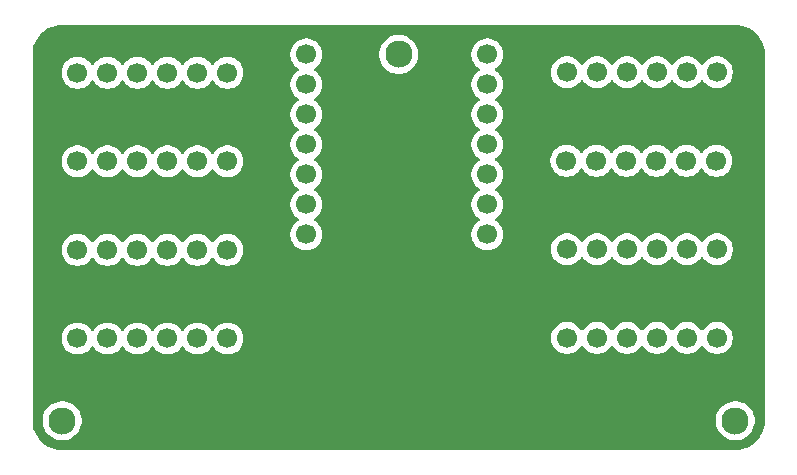
<source format=gbr>
%TF.GenerationSoftware,KiCad,Pcbnew,9.0.6-9.0.6~ubuntu22.04.1*%
%TF.CreationDate,2025-11-21T23:58:00-05:00*%
%TF.ProjectId,switchboard-mk4,73776974-6368-4626-9f61-72642d6d6b34,rev?*%
%TF.SameCoordinates,Original*%
%TF.FileFunction,Copper,L1,Top*%
%TF.FilePolarity,Positive*%
%FSLAX46Y46*%
G04 Gerber Fmt 4.6, Leading zero omitted, Abs format (unit mm)*
G04 Created by KiCad (PCBNEW 9.0.6-9.0.6~ubuntu22.04.1) date 2025-11-21 23:58:00*
%MOMM*%
%LPD*%
G01*
G04 APERTURE LIST*
%TA.AperFunction,ComponentPad*%
%ADD10C,1.700000*%
%TD*%
%TA.AperFunction,ComponentPad*%
%ADD11C,2.300000*%
%TD*%
G04 APERTURE END LIST*
D10*
%TO.P,J4,6,Pin_6*%
%TO.N,Pull up*%
X226440000Y-77500000D03*
%TO.P,J4,5,Pin_5*%
%TO.N,GND*%
X223900000Y-77500000D03*
%TO.P,J4,4,Pin_4*%
X221360000Y-77500000D03*
%TO.P,J4,3,Pin_3*%
%TO.N,Pull up*%
X218820000Y-77500000D03*
%TO.P,J4,2,Pin_2*%
%TO.N,GND*%
X216280000Y-77500000D03*
%TO.P,J4,1,Pin_1*%
%TO.N,Net-(J4-Pin_1)*%
X213740000Y-77500000D03*
%TD*%
%TO.P,J8,6,Pin_6*%
%TO.N,Pull up*%
X226440000Y-62500000D03*
%TO.P,J8,5,Pin_5*%
%TO.N,GND*%
X223900000Y-62500000D03*
%TO.P,J8,4,Pin_4*%
%TO.N,Pull up*%
X221360000Y-62500000D03*
%TO.P,J8,3,Pin_3*%
X218820000Y-62500000D03*
%TO.P,J8,2,Pin_2*%
%TO.N,GND*%
X216280000Y-62500000D03*
%TO.P,J8,1,Pin_1*%
%TO.N,Net-(J8-Pin_1)*%
X213740000Y-62500000D03*
%TD*%
%TO.P,J1,6,Pin_6*%
%TO.N,Pull up*%
X172300000Y-70050000D03*
%TO.P,J1,5,Pin_5*%
%TO.N,GND*%
X174840000Y-70050000D03*
%TO.P,J1,4,Pin_4*%
X177380000Y-70050000D03*
%TO.P,J1,3,Pin_3*%
X179920000Y-70050000D03*
%TO.P,J1,2,Pin_2*%
X182460000Y-70050000D03*
%TO.P,J1,1,Pin_1*%
%TO.N,Net-(J1-Pin_1)*%
X185000000Y-70050000D03*
%TD*%
%TO.P,J3,6,Pin_6*%
%TO.N,GND*%
X172300000Y-62550000D03*
%TO.P,J3,5,Pin_5*%
X174840000Y-62550000D03*
%TO.P,J3,4,Pin_4*%
X177380000Y-62550000D03*
%TO.P,J3,3,Pin_3*%
X179920000Y-62550000D03*
%TO.P,J3,2,Pin_2*%
X182460000Y-62550000D03*
%TO.P,J3,1,Pin_1*%
%TO.N,Net-(J3-Pin_1)*%
X185000000Y-62550000D03*
%TD*%
%TO.P,J5,6,Pin_6*%
%TO.N,GND*%
X226440000Y-85000000D03*
%TO.P,J5,5,Pin_5*%
X223900000Y-85000000D03*
%TO.P,J5,4,Pin_4*%
X221360000Y-85000000D03*
%TO.P,J5,3,Pin_3*%
%TO.N,Pull up*%
X218820000Y-85000000D03*
%TO.P,J5,2,Pin_2*%
%TO.N,GND*%
X216280000Y-85000000D03*
%TO.P,J5,1,Pin_1*%
%TO.N,Net-(J5-Pin_1)*%
X213740000Y-85000000D03*
%TD*%
%TO.P,J2,6,Pin_6*%
%TO.N,GND*%
X172300000Y-77550000D03*
%TO.P,J2,5,Pin_5*%
X174840000Y-77550000D03*
%TO.P,J2,4,Pin_4*%
%TO.N,Pull up*%
X177380000Y-77550000D03*
%TO.P,J2,3,Pin_3*%
%TO.N,GND*%
X179920000Y-77550000D03*
%TO.P,J2,2,Pin_2*%
X182460000Y-77550000D03*
%TO.P,J2,1,Pin_1*%
%TO.N,Net-(J2-Pin_1)*%
X185000000Y-77550000D03*
%TD*%
%TO.P,J6,6,Pin_6*%
%TO.N,Pull up*%
X172300000Y-85050000D03*
%TO.P,J6,5,Pin_5*%
%TO.N,GND*%
X174840000Y-85050000D03*
%TO.P,J6,4,Pin_4*%
%TO.N,Pull up*%
X177380000Y-85050000D03*
%TO.P,J6,3,Pin_3*%
%TO.N,GND*%
X179920000Y-85050000D03*
%TO.P,J6,2,Pin_2*%
X182460000Y-85050000D03*
%TO.P,J6,1,Pin_1*%
%TO.N,Net-(J6-Pin_1)*%
X185000000Y-85050000D03*
%TD*%
%TO.P,J7,6,Pin_6*%
%TO.N,GND*%
X226400000Y-70000000D03*
%TO.P,J7,5,Pin_5*%
X223860000Y-70000000D03*
%TO.P,J7,4,Pin_4*%
%TO.N,Pull up*%
X221320000Y-70000000D03*
%TO.P,J7,3,Pin_3*%
X218780000Y-70000000D03*
%TO.P,J7,2,Pin_2*%
%TO.N,GND*%
X216240000Y-70000000D03*
%TO.P,J7,1,Pin_1*%
%TO.N,Net-(J7-Pin_1)*%
X213700000Y-70000000D03*
%TD*%
%TO.P,J10,1,Pin_1*%
%TO.N,unconnected-(J10-Pin_1-Pad1)*%
X207000000Y-61000000D03*
%TO.P,J10,2,Pin_2*%
%TO.N,GND*%
X207000000Y-63540000D03*
%TO.P,J10,3,Pin_3*%
%TO.N,unconnected-(J10-Pin_3-Pad3)*%
X207000000Y-66080000D03*
%TO.P,J10,4,Pin_4*%
%TO.N,LED8*%
X207000000Y-68620000D03*
%TO.P,J10,5,Pin_5*%
%TO.N,LED7*%
X207000000Y-71160000D03*
%TO.P,J10,6,Pin_6*%
%TO.N,LED6*%
X207000000Y-73700000D03*
%TO.P,J10,7,Pin_7*%
%TO.N,LED5*%
X207000000Y-76240000D03*
%TD*%
D11*
%TO.P,REF\u002A\u002A,*%
%TO.N,*%
X199500000Y-61000000D03*
%TD*%
D10*
%TO.P,J9,1,Pin_1*%
%TO.N,LED1*%
X191675000Y-61000000D03*
%TO.P,J9,2,Pin_2*%
%TO.N,LED2*%
X191675000Y-63540000D03*
%TO.P,J9,3,Pin_3*%
%TO.N,LED3*%
X191675000Y-66080000D03*
%TO.P,J9,4,Pin_4*%
%TO.N,LED4*%
X191675000Y-68620000D03*
%TO.P,J9,5,Pin_5*%
%TO.N,unconnected-(J9-Pin_5-Pad5)*%
X191675000Y-71160000D03*
%TO.P,J9,6,Pin_6*%
%TO.N,unconnected-(J9-Pin_6-Pad6)*%
X191675000Y-73700000D03*
%TO.P,J9,7,Pin_7*%
%TO.N,Pull up*%
X191675000Y-76240000D03*
%TD*%
D11*
%TO.P,REF\u002A\u002A,*%
%TO.N,*%
X171000000Y-92000000D03*
%TD*%
%TO.P,REF\u002A\u002A,*%
%TO.N,*%
X228000000Y-92000000D03*
%TD*%
%TA.AperFunction,NonConductor*%
G36*
X228003736Y-58500726D02*
G01*
X228293796Y-58518271D01*
X228308659Y-58520076D01*
X228590798Y-58571780D01*
X228605335Y-58575363D01*
X228879172Y-58660695D01*
X228893163Y-58666000D01*
X229154743Y-58783727D01*
X229167989Y-58790680D01*
X229413465Y-58939075D01*
X229425776Y-58947573D01*
X229651573Y-59124473D01*
X229662781Y-59134403D01*
X229865596Y-59337218D01*
X229875526Y-59348426D01*
X229908207Y-59390140D01*
X229995481Y-59501538D01*
X230052422Y-59574217D01*
X230060926Y-59586537D01*
X230119091Y-59682753D01*
X230209316Y-59832004D01*
X230216275Y-59845263D01*
X230333997Y-60106831D01*
X230339306Y-60120832D01*
X230424635Y-60394663D01*
X230428219Y-60409201D01*
X230479923Y-60691340D01*
X230481728Y-60706205D01*
X230499274Y-60996263D01*
X230499500Y-61003750D01*
X230499500Y-91996249D01*
X230499274Y-92003736D01*
X230481728Y-92293794D01*
X230479923Y-92308659D01*
X230428219Y-92590798D01*
X230424635Y-92605336D01*
X230339306Y-92879167D01*
X230333997Y-92893168D01*
X230216275Y-93154736D01*
X230209316Y-93167995D01*
X230060928Y-93413459D01*
X230052422Y-93425782D01*
X229875526Y-93651573D01*
X229865596Y-93662781D01*
X229662781Y-93865596D01*
X229651573Y-93875526D01*
X229425782Y-94052422D01*
X229413459Y-94060928D01*
X229167995Y-94209316D01*
X229154736Y-94216275D01*
X228893168Y-94333997D01*
X228879167Y-94339306D01*
X228605336Y-94424635D01*
X228590798Y-94428219D01*
X228308659Y-94479923D01*
X228293794Y-94481728D01*
X228003736Y-94499274D01*
X227996249Y-94499500D01*
X171003751Y-94499500D01*
X170996264Y-94499274D01*
X170706205Y-94481728D01*
X170691340Y-94479923D01*
X170409201Y-94428219D01*
X170394663Y-94424635D01*
X170120832Y-94339306D01*
X170106831Y-94333997D01*
X169845263Y-94216275D01*
X169832004Y-94209316D01*
X169586540Y-94060928D01*
X169574217Y-94052422D01*
X169348426Y-93875526D01*
X169337218Y-93865596D01*
X169134403Y-93662781D01*
X169124473Y-93651573D01*
X169028897Y-93529579D01*
X168947573Y-93425776D01*
X168939075Y-93413465D01*
X168790680Y-93167989D01*
X168783727Y-93154743D01*
X168666000Y-92893163D01*
X168660693Y-92879167D01*
X168656295Y-92865054D01*
X168575363Y-92605335D01*
X168571780Y-92590798D01*
X168520076Y-92308659D01*
X168518271Y-92293794D01*
X168500726Y-92003736D01*
X168500500Y-91996249D01*
X168500500Y-91870097D01*
X169349500Y-91870097D01*
X169349500Y-92129902D01*
X169390140Y-92386493D01*
X169470422Y-92633576D01*
X169551534Y-92792764D01*
X169588366Y-92865051D01*
X169741069Y-93075229D01*
X169924771Y-93258931D01*
X170134949Y-93411634D01*
X170282445Y-93486787D01*
X170366423Y-93529577D01*
X170366425Y-93529577D01*
X170366428Y-93529579D01*
X170613507Y-93609860D01*
X170745706Y-93630797D01*
X170870098Y-93650500D01*
X170870103Y-93650500D01*
X171129902Y-93650500D01*
X171243298Y-93632539D01*
X171386493Y-93609860D01*
X171633572Y-93529579D01*
X171865051Y-93411634D01*
X172075229Y-93258931D01*
X172258931Y-93075229D01*
X172411634Y-92865051D01*
X172529579Y-92633572D01*
X172609860Y-92386493D01*
X172643837Y-92171969D01*
X172650500Y-92129902D01*
X172650500Y-91870097D01*
X226349500Y-91870097D01*
X226349500Y-92129902D01*
X226390140Y-92386493D01*
X226470422Y-92633576D01*
X226551534Y-92792764D01*
X226588366Y-92865051D01*
X226741069Y-93075229D01*
X226924771Y-93258931D01*
X227134949Y-93411634D01*
X227282445Y-93486787D01*
X227366423Y-93529577D01*
X227366425Y-93529577D01*
X227366428Y-93529579D01*
X227613507Y-93609860D01*
X227745706Y-93630797D01*
X227870098Y-93650500D01*
X227870103Y-93650500D01*
X228129902Y-93650500D01*
X228243298Y-93632539D01*
X228386493Y-93609860D01*
X228633572Y-93529579D01*
X228865051Y-93411634D01*
X229075229Y-93258931D01*
X229258931Y-93075229D01*
X229411634Y-92865051D01*
X229529579Y-92633572D01*
X229609860Y-92386493D01*
X229643837Y-92171969D01*
X229650500Y-92129902D01*
X229650500Y-91870097D01*
X229628947Y-91734021D01*
X229609860Y-91613507D01*
X229529579Y-91366428D01*
X229529577Y-91366425D01*
X229529577Y-91366423D01*
X229486787Y-91282445D01*
X229411634Y-91134949D01*
X229258931Y-90924771D01*
X229075229Y-90741069D01*
X228865051Y-90588366D01*
X228792764Y-90551534D01*
X228633576Y-90470422D01*
X228386493Y-90390140D01*
X228129902Y-90349500D01*
X228129897Y-90349500D01*
X227870103Y-90349500D01*
X227870098Y-90349500D01*
X227613506Y-90390140D01*
X227366423Y-90470422D01*
X227134945Y-90588368D01*
X226924774Y-90741066D01*
X226924768Y-90741071D01*
X226741071Y-90924768D01*
X226741066Y-90924774D01*
X226588368Y-91134945D01*
X226470422Y-91366423D01*
X226390140Y-91613506D01*
X226349500Y-91870097D01*
X172650500Y-91870097D01*
X172628947Y-91734021D01*
X172609860Y-91613507D01*
X172529579Y-91366428D01*
X172529577Y-91366425D01*
X172529577Y-91366423D01*
X172486787Y-91282445D01*
X172411634Y-91134949D01*
X172258931Y-90924771D01*
X172075229Y-90741069D01*
X171865051Y-90588366D01*
X171792764Y-90551534D01*
X171633576Y-90470422D01*
X171386493Y-90390140D01*
X171129902Y-90349500D01*
X171129897Y-90349500D01*
X170870103Y-90349500D01*
X170870098Y-90349500D01*
X170613506Y-90390140D01*
X170366423Y-90470422D01*
X170134945Y-90588368D01*
X169924774Y-90741066D01*
X169924768Y-90741071D01*
X169741071Y-90924768D01*
X169741066Y-90924774D01*
X169588368Y-91134945D01*
X169470422Y-91366423D01*
X169390140Y-91613506D01*
X169349500Y-91870097D01*
X168500500Y-91870097D01*
X168500500Y-84943713D01*
X170949500Y-84943713D01*
X170949500Y-85156286D01*
X170982753Y-85366239D01*
X171048444Y-85568414D01*
X171144951Y-85757820D01*
X171269890Y-85929786D01*
X171420213Y-86080109D01*
X171592179Y-86205048D01*
X171592181Y-86205049D01*
X171592184Y-86205051D01*
X171781588Y-86301557D01*
X171983757Y-86367246D01*
X172193713Y-86400500D01*
X172193714Y-86400500D01*
X172406286Y-86400500D01*
X172406287Y-86400500D01*
X172616243Y-86367246D01*
X172818412Y-86301557D01*
X173007816Y-86205051D01*
X173076640Y-86155048D01*
X173179786Y-86080109D01*
X173179788Y-86080106D01*
X173179792Y-86080104D01*
X173330104Y-85929792D01*
X173330106Y-85929788D01*
X173330109Y-85929786D01*
X173455048Y-85757820D01*
X173455047Y-85757820D01*
X173455051Y-85757816D01*
X173459514Y-85749054D01*
X173507488Y-85698259D01*
X173575308Y-85681463D01*
X173641444Y-85703999D01*
X173680486Y-85749056D01*
X173684951Y-85757820D01*
X173809890Y-85929786D01*
X173960213Y-86080109D01*
X174132179Y-86205048D01*
X174132181Y-86205049D01*
X174132184Y-86205051D01*
X174321588Y-86301557D01*
X174523757Y-86367246D01*
X174733713Y-86400500D01*
X174733714Y-86400500D01*
X174946286Y-86400500D01*
X174946287Y-86400500D01*
X175156243Y-86367246D01*
X175358412Y-86301557D01*
X175547816Y-86205051D01*
X175616640Y-86155048D01*
X175719786Y-86080109D01*
X175719788Y-86080106D01*
X175719792Y-86080104D01*
X175870104Y-85929792D01*
X175870106Y-85929788D01*
X175870109Y-85929786D01*
X175995048Y-85757820D01*
X175995047Y-85757820D01*
X175995051Y-85757816D01*
X175999514Y-85749054D01*
X176047488Y-85698259D01*
X176115308Y-85681463D01*
X176181444Y-85703999D01*
X176220486Y-85749056D01*
X176224951Y-85757820D01*
X176349890Y-85929786D01*
X176500213Y-86080109D01*
X176672179Y-86205048D01*
X176672181Y-86205049D01*
X176672184Y-86205051D01*
X176861588Y-86301557D01*
X177063757Y-86367246D01*
X177273713Y-86400500D01*
X177273714Y-86400500D01*
X177486286Y-86400500D01*
X177486287Y-86400500D01*
X177696243Y-86367246D01*
X177898412Y-86301557D01*
X178087816Y-86205051D01*
X178156640Y-86155048D01*
X178259786Y-86080109D01*
X178259788Y-86080106D01*
X178259792Y-86080104D01*
X178410104Y-85929792D01*
X178410106Y-85929788D01*
X178410109Y-85929786D01*
X178535048Y-85757820D01*
X178535047Y-85757820D01*
X178535051Y-85757816D01*
X178539514Y-85749054D01*
X178587488Y-85698259D01*
X178655308Y-85681463D01*
X178721444Y-85703999D01*
X178760486Y-85749056D01*
X178764951Y-85757820D01*
X178889890Y-85929786D01*
X179040213Y-86080109D01*
X179212179Y-86205048D01*
X179212181Y-86205049D01*
X179212184Y-86205051D01*
X179401588Y-86301557D01*
X179603757Y-86367246D01*
X179813713Y-86400500D01*
X179813714Y-86400500D01*
X180026286Y-86400500D01*
X180026287Y-86400500D01*
X180236243Y-86367246D01*
X180438412Y-86301557D01*
X180627816Y-86205051D01*
X180696640Y-86155048D01*
X180799786Y-86080109D01*
X180799788Y-86080106D01*
X180799792Y-86080104D01*
X180950104Y-85929792D01*
X180950106Y-85929788D01*
X180950109Y-85929786D01*
X181075048Y-85757820D01*
X181075047Y-85757820D01*
X181075051Y-85757816D01*
X181079514Y-85749054D01*
X181127488Y-85698259D01*
X181195308Y-85681463D01*
X181261444Y-85703999D01*
X181300486Y-85749056D01*
X181304951Y-85757820D01*
X181429890Y-85929786D01*
X181580213Y-86080109D01*
X181752179Y-86205048D01*
X181752181Y-86205049D01*
X181752184Y-86205051D01*
X181941588Y-86301557D01*
X182143757Y-86367246D01*
X182353713Y-86400500D01*
X182353714Y-86400500D01*
X182566286Y-86400500D01*
X182566287Y-86400500D01*
X182776243Y-86367246D01*
X182978412Y-86301557D01*
X183167816Y-86205051D01*
X183236640Y-86155048D01*
X183339786Y-86080109D01*
X183339788Y-86080106D01*
X183339792Y-86080104D01*
X183490104Y-85929792D01*
X183490106Y-85929788D01*
X183490109Y-85929786D01*
X183615048Y-85757820D01*
X183615047Y-85757820D01*
X183615051Y-85757816D01*
X183619514Y-85749054D01*
X183667488Y-85698259D01*
X183735308Y-85681463D01*
X183801444Y-85703999D01*
X183840486Y-85749056D01*
X183844951Y-85757820D01*
X183969890Y-85929786D01*
X184120213Y-86080109D01*
X184292179Y-86205048D01*
X184292181Y-86205049D01*
X184292184Y-86205051D01*
X184481588Y-86301557D01*
X184683757Y-86367246D01*
X184893713Y-86400500D01*
X184893714Y-86400500D01*
X185106286Y-86400500D01*
X185106287Y-86400500D01*
X185316243Y-86367246D01*
X185518412Y-86301557D01*
X185707816Y-86205051D01*
X185776640Y-86155048D01*
X185879786Y-86080109D01*
X185879788Y-86080106D01*
X185879792Y-86080104D01*
X186030104Y-85929792D01*
X186030106Y-85929788D01*
X186030109Y-85929786D01*
X186155048Y-85757820D01*
X186155047Y-85757820D01*
X186155051Y-85757816D01*
X186251557Y-85568412D01*
X186317246Y-85366243D01*
X186350500Y-85156287D01*
X186350500Y-84943713D01*
X186342581Y-84893713D01*
X212389500Y-84893713D01*
X212389500Y-85106286D01*
X212422753Y-85316239D01*
X212488444Y-85518414D01*
X212584951Y-85707820D01*
X212709890Y-85879786D01*
X212860213Y-86030109D01*
X213032179Y-86155048D01*
X213032181Y-86155049D01*
X213032184Y-86155051D01*
X213221588Y-86251557D01*
X213423757Y-86317246D01*
X213633713Y-86350500D01*
X213633714Y-86350500D01*
X213846286Y-86350500D01*
X213846287Y-86350500D01*
X214056243Y-86317246D01*
X214258412Y-86251557D01*
X214447816Y-86155051D01*
X214550966Y-86080109D01*
X214619786Y-86030109D01*
X214619788Y-86030106D01*
X214619792Y-86030104D01*
X214770104Y-85879792D01*
X214770106Y-85879788D01*
X214770109Y-85879786D01*
X214895048Y-85707820D01*
X214895047Y-85707820D01*
X214895051Y-85707816D01*
X214899514Y-85699054D01*
X214947488Y-85648259D01*
X215015308Y-85631463D01*
X215081444Y-85653999D01*
X215120486Y-85699056D01*
X215124951Y-85707820D01*
X215249890Y-85879786D01*
X215400213Y-86030109D01*
X215572179Y-86155048D01*
X215572181Y-86155049D01*
X215572184Y-86155051D01*
X215761588Y-86251557D01*
X215963757Y-86317246D01*
X216173713Y-86350500D01*
X216173714Y-86350500D01*
X216386286Y-86350500D01*
X216386287Y-86350500D01*
X216596243Y-86317246D01*
X216798412Y-86251557D01*
X216987816Y-86155051D01*
X217090966Y-86080109D01*
X217159786Y-86030109D01*
X217159788Y-86030106D01*
X217159792Y-86030104D01*
X217310104Y-85879792D01*
X217310106Y-85879788D01*
X217310109Y-85879786D01*
X217435048Y-85707820D01*
X217435047Y-85707820D01*
X217435051Y-85707816D01*
X217439514Y-85699054D01*
X217487488Y-85648259D01*
X217555308Y-85631463D01*
X217621444Y-85653999D01*
X217660486Y-85699056D01*
X217664951Y-85707820D01*
X217789890Y-85879786D01*
X217940213Y-86030109D01*
X218112179Y-86155048D01*
X218112181Y-86155049D01*
X218112184Y-86155051D01*
X218301588Y-86251557D01*
X218503757Y-86317246D01*
X218713713Y-86350500D01*
X218713714Y-86350500D01*
X218926286Y-86350500D01*
X218926287Y-86350500D01*
X219136243Y-86317246D01*
X219338412Y-86251557D01*
X219527816Y-86155051D01*
X219630966Y-86080109D01*
X219699786Y-86030109D01*
X219699788Y-86030106D01*
X219699792Y-86030104D01*
X219850104Y-85879792D01*
X219850106Y-85879788D01*
X219850109Y-85879786D01*
X219975048Y-85707820D01*
X219975047Y-85707820D01*
X219975051Y-85707816D01*
X219979514Y-85699054D01*
X220027488Y-85648259D01*
X220095308Y-85631463D01*
X220161444Y-85653999D01*
X220200486Y-85699056D01*
X220204951Y-85707820D01*
X220329890Y-85879786D01*
X220480213Y-86030109D01*
X220652179Y-86155048D01*
X220652181Y-86155049D01*
X220652184Y-86155051D01*
X220841588Y-86251557D01*
X221043757Y-86317246D01*
X221253713Y-86350500D01*
X221253714Y-86350500D01*
X221466286Y-86350500D01*
X221466287Y-86350500D01*
X221676243Y-86317246D01*
X221878412Y-86251557D01*
X222067816Y-86155051D01*
X222170966Y-86080109D01*
X222239786Y-86030109D01*
X222239788Y-86030106D01*
X222239792Y-86030104D01*
X222390104Y-85879792D01*
X222390106Y-85879788D01*
X222390109Y-85879786D01*
X222515048Y-85707820D01*
X222515047Y-85707820D01*
X222515051Y-85707816D01*
X222519514Y-85699054D01*
X222567488Y-85648259D01*
X222635308Y-85631463D01*
X222701444Y-85653999D01*
X222740486Y-85699056D01*
X222744951Y-85707820D01*
X222869890Y-85879786D01*
X223020213Y-86030109D01*
X223192179Y-86155048D01*
X223192181Y-86155049D01*
X223192184Y-86155051D01*
X223381588Y-86251557D01*
X223583757Y-86317246D01*
X223793713Y-86350500D01*
X223793714Y-86350500D01*
X224006286Y-86350500D01*
X224006287Y-86350500D01*
X224216243Y-86317246D01*
X224418412Y-86251557D01*
X224607816Y-86155051D01*
X224710966Y-86080109D01*
X224779786Y-86030109D01*
X224779788Y-86030106D01*
X224779792Y-86030104D01*
X224930104Y-85879792D01*
X224930106Y-85879788D01*
X224930109Y-85879786D01*
X225055048Y-85707820D01*
X225055047Y-85707820D01*
X225055051Y-85707816D01*
X225059514Y-85699054D01*
X225107488Y-85648259D01*
X225175308Y-85631463D01*
X225241444Y-85653999D01*
X225280486Y-85699056D01*
X225284951Y-85707820D01*
X225409890Y-85879786D01*
X225560213Y-86030109D01*
X225732179Y-86155048D01*
X225732181Y-86155049D01*
X225732184Y-86155051D01*
X225921588Y-86251557D01*
X226123757Y-86317246D01*
X226333713Y-86350500D01*
X226333714Y-86350500D01*
X226546286Y-86350500D01*
X226546287Y-86350500D01*
X226756243Y-86317246D01*
X226958412Y-86251557D01*
X227147816Y-86155051D01*
X227250966Y-86080109D01*
X227319786Y-86030109D01*
X227319788Y-86030106D01*
X227319792Y-86030104D01*
X227470104Y-85879792D01*
X227470106Y-85879788D01*
X227470109Y-85879786D01*
X227595048Y-85707820D01*
X227595047Y-85707820D01*
X227595051Y-85707816D01*
X227691557Y-85518412D01*
X227757246Y-85316243D01*
X227790500Y-85106287D01*
X227790500Y-84893713D01*
X227757246Y-84683757D01*
X227691557Y-84481588D01*
X227595051Y-84292184D01*
X227595049Y-84292181D01*
X227595048Y-84292179D01*
X227470109Y-84120213D01*
X227319786Y-83969890D01*
X227147820Y-83844951D01*
X226958414Y-83748444D01*
X226958413Y-83748443D01*
X226958412Y-83748443D01*
X226756243Y-83682754D01*
X226756241Y-83682753D01*
X226756240Y-83682753D01*
X226594957Y-83657208D01*
X226546287Y-83649500D01*
X226333713Y-83649500D01*
X226285042Y-83657208D01*
X226123760Y-83682753D01*
X225921585Y-83748444D01*
X225732179Y-83844951D01*
X225560213Y-83969890D01*
X225409890Y-84120213D01*
X225284949Y-84292182D01*
X225280484Y-84300946D01*
X225232509Y-84351742D01*
X225164688Y-84368536D01*
X225098553Y-84345998D01*
X225059516Y-84300946D01*
X225055050Y-84292182D01*
X224930109Y-84120213D01*
X224779786Y-83969890D01*
X224607820Y-83844951D01*
X224418414Y-83748444D01*
X224418413Y-83748443D01*
X224418412Y-83748443D01*
X224216243Y-83682754D01*
X224216241Y-83682753D01*
X224216240Y-83682753D01*
X224054957Y-83657208D01*
X224006287Y-83649500D01*
X223793713Y-83649500D01*
X223745042Y-83657208D01*
X223583760Y-83682753D01*
X223381585Y-83748444D01*
X223192179Y-83844951D01*
X223020213Y-83969890D01*
X222869890Y-84120213D01*
X222744949Y-84292182D01*
X222740484Y-84300946D01*
X222692509Y-84351742D01*
X222624688Y-84368536D01*
X222558553Y-84345998D01*
X222519516Y-84300946D01*
X222515050Y-84292182D01*
X222390109Y-84120213D01*
X222239786Y-83969890D01*
X222067820Y-83844951D01*
X221878414Y-83748444D01*
X221878413Y-83748443D01*
X221878412Y-83748443D01*
X221676243Y-83682754D01*
X221676241Y-83682753D01*
X221676240Y-83682753D01*
X221514957Y-83657208D01*
X221466287Y-83649500D01*
X221253713Y-83649500D01*
X221205042Y-83657208D01*
X221043760Y-83682753D01*
X220841585Y-83748444D01*
X220652179Y-83844951D01*
X220480213Y-83969890D01*
X220329890Y-84120213D01*
X220204949Y-84292182D01*
X220200484Y-84300946D01*
X220152509Y-84351742D01*
X220084688Y-84368536D01*
X220018553Y-84345998D01*
X219979516Y-84300946D01*
X219975050Y-84292182D01*
X219850109Y-84120213D01*
X219699786Y-83969890D01*
X219527820Y-83844951D01*
X219338414Y-83748444D01*
X219338413Y-83748443D01*
X219338412Y-83748443D01*
X219136243Y-83682754D01*
X219136241Y-83682753D01*
X219136240Y-83682753D01*
X218974957Y-83657208D01*
X218926287Y-83649500D01*
X218713713Y-83649500D01*
X218665042Y-83657208D01*
X218503760Y-83682753D01*
X218301585Y-83748444D01*
X218112179Y-83844951D01*
X217940213Y-83969890D01*
X217789890Y-84120213D01*
X217664949Y-84292182D01*
X217660484Y-84300946D01*
X217612509Y-84351742D01*
X217544688Y-84368536D01*
X217478553Y-84345998D01*
X217439516Y-84300946D01*
X217435050Y-84292182D01*
X217310109Y-84120213D01*
X217159786Y-83969890D01*
X216987820Y-83844951D01*
X216798414Y-83748444D01*
X216798413Y-83748443D01*
X216798412Y-83748443D01*
X216596243Y-83682754D01*
X216596241Y-83682753D01*
X216596240Y-83682753D01*
X216434957Y-83657208D01*
X216386287Y-83649500D01*
X216173713Y-83649500D01*
X216125042Y-83657208D01*
X215963760Y-83682753D01*
X215761585Y-83748444D01*
X215572179Y-83844951D01*
X215400213Y-83969890D01*
X215249890Y-84120213D01*
X215124949Y-84292182D01*
X215120484Y-84300946D01*
X215072509Y-84351742D01*
X215004688Y-84368536D01*
X214938553Y-84345998D01*
X214899516Y-84300946D01*
X214895050Y-84292182D01*
X214770109Y-84120213D01*
X214619786Y-83969890D01*
X214447820Y-83844951D01*
X214258414Y-83748444D01*
X214258413Y-83748443D01*
X214258412Y-83748443D01*
X214056243Y-83682754D01*
X214056241Y-83682753D01*
X214056240Y-83682753D01*
X213894957Y-83657208D01*
X213846287Y-83649500D01*
X213633713Y-83649500D01*
X213585042Y-83657208D01*
X213423760Y-83682753D01*
X213221585Y-83748444D01*
X213032179Y-83844951D01*
X212860213Y-83969890D01*
X212709890Y-84120213D01*
X212584951Y-84292179D01*
X212488444Y-84481585D01*
X212422753Y-84683760D01*
X212389500Y-84893713D01*
X186342581Y-84893713D01*
X186317246Y-84733757D01*
X186251557Y-84531588D01*
X186155051Y-84342184D01*
X186155049Y-84342181D01*
X186155048Y-84342179D01*
X186030109Y-84170213D01*
X185879786Y-84019890D01*
X185707820Y-83894951D01*
X185518414Y-83798444D01*
X185518413Y-83798443D01*
X185518412Y-83798443D01*
X185316243Y-83732754D01*
X185316241Y-83732753D01*
X185316240Y-83732753D01*
X185154957Y-83707208D01*
X185106287Y-83699500D01*
X184893713Y-83699500D01*
X184845042Y-83707208D01*
X184683760Y-83732753D01*
X184481585Y-83798444D01*
X184292179Y-83894951D01*
X184120213Y-84019890D01*
X183969890Y-84170213D01*
X183844949Y-84342182D01*
X183840484Y-84350946D01*
X183792509Y-84401742D01*
X183724688Y-84418536D01*
X183658553Y-84395998D01*
X183619516Y-84350946D01*
X183615050Y-84342182D01*
X183490109Y-84170213D01*
X183339786Y-84019890D01*
X183167820Y-83894951D01*
X182978414Y-83798444D01*
X182978413Y-83798443D01*
X182978412Y-83798443D01*
X182776243Y-83732754D01*
X182776241Y-83732753D01*
X182776240Y-83732753D01*
X182614957Y-83707208D01*
X182566287Y-83699500D01*
X182353713Y-83699500D01*
X182305042Y-83707208D01*
X182143760Y-83732753D01*
X181941585Y-83798444D01*
X181752179Y-83894951D01*
X181580213Y-84019890D01*
X181429890Y-84170213D01*
X181304949Y-84342182D01*
X181300484Y-84350946D01*
X181252509Y-84401742D01*
X181184688Y-84418536D01*
X181118553Y-84395998D01*
X181079516Y-84350946D01*
X181075050Y-84342182D01*
X180950109Y-84170213D01*
X180799786Y-84019890D01*
X180627820Y-83894951D01*
X180438414Y-83798444D01*
X180438413Y-83798443D01*
X180438412Y-83798443D01*
X180236243Y-83732754D01*
X180236241Y-83732753D01*
X180236240Y-83732753D01*
X180074957Y-83707208D01*
X180026287Y-83699500D01*
X179813713Y-83699500D01*
X179765042Y-83707208D01*
X179603760Y-83732753D01*
X179401585Y-83798444D01*
X179212179Y-83894951D01*
X179040213Y-84019890D01*
X178889890Y-84170213D01*
X178764949Y-84342182D01*
X178760484Y-84350946D01*
X178712509Y-84401742D01*
X178644688Y-84418536D01*
X178578553Y-84395998D01*
X178539516Y-84350946D01*
X178535050Y-84342182D01*
X178410109Y-84170213D01*
X178259786Y-84019890D01*
X178087820Y-83894951D01*
X177898414Y-83798444D01*
X177898413Y-83798443D01*
X177898412Y-83798443D01*
X177696243Y-83732754D01*
X177696241Y-83732753D01*
X177696240Y-83732753D01*
X177534957Y-83707208D01*
X177486287Y-83699500D01*
X177273713Y-83699500D01*
X177225042Y-83707208D01*
X177063760Y-83732753D01*
X176861585Y-83798444D01*
X176672179Y-83894951D01*
X176500213Y-84019890D01*
X176349890Y-84170213D01*
X176224949Y-84342182D01*
X176220484Y-84350946D01*
X176172509Y-84401742D01*
X176104688Y-84418536D01*
X176038553Y-84395998D01*
X175999516Y-84350946D01*
X175995050Y-84342182D01*
X175870109Y-84170213D01*
X175719786Y-84019890D01*
X175547820Y-83894951D01*
X175358414Y-83798444D01*
X175358413Y-83798443D01*
X175358412Y-83798443D01*
X175156243Y-83732754D01*
X175156241Y-83732753D01*
X175156240Y-83732753D01*
X174994957Y-83707208D01*
X174946287Y-83699500D01*
X174733713Y-83699500D01*
X174685042Y-83707208D01*
X174523760Y-83732753D01*
X174321585Y-83798444D01*
X174132179Y-83894951D01*
X173960213Y-84019890D01*
X173809890Y-84170213D01*
X173684949Y-84342182D01*
X173680484Y-84350946D01*
X173632509Y-84401742D01*
X173564688Y-84418536D01*
X173498553Y-84395998D01*
X173459516Y-84350946D01*
X173455050Y-84342182D01*
X173330109Y-84170213D01*
X173179786Y-84019890D01*
X173007820Y-83894951D01*
X172818414Y-83798444D01*
X172818413Y-83798443D01*
X172818412Y-83798443D01*
X172616243Y-83732754D01*
X172616241Y-83732753D01*
X172616240Y-83732753D01*
X172454957Y-83707208D01*
X172406287Y-83699500D01*
X172193713Y-83699500D01*
X172145042Y-83707208D01*
X171983760Y-83732753D01*
X171781585Y-83798444D01*
X171592179Y-83894951D01*
X171420213Y-84019890D01*
X171269890Y-84170213D01*
X171144951Y-84342179D01*
X171048444Y-84531585D01*
X170982753Y-84733760D01*
X170949500Y-84943713D01*
X168500500Y-84943713D01*
X168500500Y-77443713D01*
X170949500Y-77443713D01*
X170949500Y-77656286D01*
X170982753Y-77866239D01*
X171048444Y-78068414D01*
X171144951Y-78257820D01*
X171269890Y-78429786D01*
X171420213Y-78580109D01*
X171592179Y-78705048D01*
X171592181Y-78705049D01*
X171592184Y-78705051D01*
X171781588Y-78801557D01*
X171983757Y-78867246D01*
X172193713Y-78900500D01*
X172193714Y-78900500D01*
X172406286Y-78900500D01*
X172406287Y-78900500D01*
X172616243Y-78867246D01*
X172818412Y-78801557D01*
X173007816Y-78705051D01*
X173076640Y-78655048D01*
X173179786Y-78580109D01*
X173179788Y-78580106D01*
X173179792Y-78580104D01*
X173330104Y-78429792D01*
X173330106Y-78429788D01*
X173330109Y-78429786D01*
X173455048Y-78257820D01*
X173455047Y-78257820D01*
X173455051Y-78257816D01*
X173459514Y-78249054D01*
X173507488Y-78198259D01*
X173575308Y-78181463D01*
X173641444Y-78203999D01*
X173680486Y-78249056D01*
X173684951Y-78257820D01*
X173809890Y-78429786D01*
X173960213Y-78580109D01*
X174132179Y-78705048D01*
X174132181Y-78705049D01*
X174132184Y-78705051D01*
X174321588Y-78801557D01*
X174523757Y-78867246D01*
X174733713Y-78900500D01*
X174733714Y-78900500D01*
X174946286Y-78900500D01*
X174946287Y-78900500D01*
X175156243Y-78867246D01*
X175358412Y-78801557D01*
X175547816Y-78705051D01*
X175616640Y-78655048D01*
X175719786Y-78580109D01*
X175719788Y-78580106D01*
X175719792Y-78580104D01*
X175870104Y-78429792D01*
X175870106Y-78429788D01*
X175870109Y-78429786D01*
X175995048Y-78257820D01*
X175995047Y-78257820D01*
X175995051Y-78257816D01*
X175999514Y-78249054D01*
X176047488Y-78198259D01*
X176115308Y-78181463D01*
X176181444Y-78203999D01*
X176220486Y-78249056D01*
X176224951Y-78257820D01*
X176349890Y-78429786D01*
X176500213Y-78580109D01*
X176672179Y-78705048D01*
X176672181Y-78705049D01*
X176672184Y-78705051D01*
X176861588Y-78801557D01*
X177063757Y-78867246D01*
X177273713Y-78900500D01*
X177273714Y-78900500D01*
X177486286Y-78900500D01*
X177486287Y-78900500D01*
X177696243Y-78867246D01*
X177898412Y-78801557D01*
X178087816Y-78705051D01*
X178156640Y-78655048D01*
X178259786Y-78580109D01*
X178259788Y-78580106D01*
X178259792Y-78580104D01*
X178410104Y-78429792D01*
X178410106Y-78429788D01*
X178410109Y-78429786D01*
X178535048Y-78257820D01*
X178535047Y-78257820D01*
X178535051Y-78257816D01*
X178539514Y-78249054D01*
X178587488Y-78198259D01*
X178655308Y-78181463D01*
X178721444Y-78203999D01*
X178760486Y-78249056D01*
X178764951Y-78257820D01*
X178889890Y-78429786D01*
X179040213Y-78580109D01*
X179212179Y-78705048D01*
X179212181Y-78705049D01*
X179212184Y-78705051D01*
X179401588Y-78801557D01*
X179603757Y-78867246D01*
X179813713Y-78900500D01*
X179813714Y-78900500D01*
X180026286Y-78900500D01*
X180026287Y-78900500D01*
X180236243Y-78867246D01*
X180438412Y-78801557D01*
X180627816Y-78705051D01*
X180696640Y-78655048D01*
X180799786Y-78580109D01*
X180799788Y-78580106D01*
X180799792Y-78580104D01*
X180950104Y-78429792D01*
X180950106Y-78429788D01*
X180950109Y-78429786D01*
X181075048Y-78257820D01*
X181075047Y-78257820D01*
X181075051Y-78257816D01*
X181079514Y-78249054D01*
X181127488Y-78198259D01*
X181195308Y-78181463D01*
X181261444Y-78203999D01*
X181300486Y-78249056D01*
X181304951Y-78257820D01*
X181429890Y-78429786D01*
X181580213Y-78580109D01*
X181752179Y-78705048D01*
X181752181Y-78705049D01*
X181752184Y-78705051D01*
X181941588Y-78801557D01*
X182143757Y-78867246D01*
X182353713Y-78900500D01*
X182353714Y-78900500D01*
X182566286Y-78900500D01*
X182566287Y-78900500D01*
X182776243Y-78867246D01*
X182978412Y-78801557D01*
X183167816Y-78705051D01*
X183236640Y-78655048D01*
X183339786Y-78580109D01*
X183339788Y-78580106D01*
X183339792Y-78580104D01*
X183490104Y-78429792D01*
X183490106Y-78429788D01*
X183490109Y-78429786D01*
X183615048Y-78257820D01*
X183615047Y-78257820D01*
X183615051Y-78257816D01*
X183619514Y-78249054D01*
X183667488Y-78198259D01*
X183735308Y-78181463D01*
X183801444Y-78203999D01*
X183840486Y-78249056D01*
X183844951Y-78257820D01*
X183969890Y-78429786D01*
X184120213Y-78580109D01*
X184292179Y-78705048D01*
X184292181Y-78705049D01*
X184292184Y-78705051D01*
X184481588Y-78801557D01*
X184683757Y-78867246D01*
X184893713Y-78900500D01*
X184893714Y-78900500D01*
X185106286Y-78900500D01*
X185106287Y-78900500D01*
X185316243Y-78867246D01*
X185518412Y-78801557D01*
X185707816Y-78705051D01*
X185776640Y-78655048D01*
X185879786Y-78580109D01*
X185879788Y-78580106D01*
X185879792Y-78580104D01*
X186030104Y-78429792D01*
X186030106Y-78429788D01*
X186030109Y-78429786D01*
X186155048Y-78257820D01*
X186155047Y-78257820D01*
X186155051Y-78257816D01*
X186251557Y-78068412D01*
X186317246Y-77866243D01*
X186350500Y-77656287D01*
X186350500Y-77443713D01*
X186317246Y-77233757D01*
X186251557Y-77031588D01*
X186155051Y-76842184D01*
X186155049Y-76842181D01*
X186155048Y-76842179D01*
X186030109Y-76670213D01*
X185879786Y-76519890D01*
X185707820Y-76394951D01*
X185518414Y-76298444D01*
X185518413Y-76298443D01*
X185518412Y-76298443D01*
X185316243Y-76232754D01*
X185316241Y-76232753D01*
X185316240Y-76232753D01*
X185154957Y-76207208D01*
X185106287Y-76199500D01*
X184893713Y-76199500D01*
X184845042Y-76207208D01*
X184683760Y-76232753D01*
X184481585Y-76298444D01*
X184292179Y-76394951D01*
X184120213Y-76519890D01*
X183969890Y-76670213D01*
X183844949Y-76842182D01*
X183840484Y-76850946D01*
X183792509Y-76901742D01*
X183724688Y-76918536D01*
X183658553Y-76895998D01*
X183619516Y-76850946D01*
X183615050Y-76842182D01*
X183490109Y-76670213D01*
X183339786Y-76519890D01*
X183167820Y-76394951D01*
X182978414Y-76298444D01*
X182978413Y-76298443D01*
X182978412Y-76298443D01*
X182776243Y-76232754D01*
X182776241Y-76232753D01*
X182776240Y-76232753D01*
X182614957Y-76207208D01*
X182566287Y-76199500D01*
X182353713Y-76199500D01*
X182305042Y-76207208D01*
X182143760Y-76232753D01*
X181941585Y-76298444D01*
X181752179Y-76394951D01*
X181580213Y-76519890D01*
X181429890Y-76670213D01*
X181304949Y-76842182D01*
X181300484Y-76850946D01*
X181252509Y-76901742D01*
X181184688Y-76918536D01*
X181118553Y-76895998D01*
X181079516Y-76850946D01*
X181075050Y-76842182D01*
X180950109Y-76670213D01*
X180799786Y-76519890D01*
X180627820Y-76394951D01*
X180438414Y-76298444D01*
X180438413Y-76298443D01*
X180438412Y-76298443D01*
X180236243Y-76232754D01*
X180236241Y-76232753D01*
X180236240Y-76232753D01*
X180074957Y-76207208D01*
X180026287Y-76199500D01*
X179813713Y-76199500D01*
X179765042Y-76207208D01*
X179603760Y-76232753D01*
X179401585Y-76298444D01*
X179212179Y-76394951D01*
X179040213Y-76519890D01*
X178889890Y-76670213D01*
X178764949Y-76842182D01*
X178760484Y-76850946D01*
X178712509Y-76901742D01*
X178644688Y-76918536D01*
X178578553Y-76895998D01*
X178539516Y-76850946D01*
X178535050Y-76842182D01*
X178410109Y-76670213D01*
X178259786Y-76519890D01*
X178087820Y-76394951D01*
X177898414Y-76298444D01*
X177898413Y-76298443D01*
X177898412Y-76298443D01*
X177696243Y-76232754D01*
X177696241Y-76232753D01*
X177696240Y-76232753D01*
X177534957Y-76207208D01*
X177486287Y-76199500D01*
X177273713Y-76199500D01*
X177225042Y-76207208D01*
X177063760Y-76232753D01*
X176861585Y-76298444D01*
X176672179Y-76394951D01*
X176500213Y-76519890D01*
X176349890Y-76670213D01*
X176224949Y-76842182D01*
X176220484Y-76850946D01*
X176172509Y-76901742D01*
X176104688Y-76918536D01*
X176038553Y-76895998D01*
X175999516Y-76850946D01*
X175995050Y-76842182D01*
X175870109Y-76670213D01*
X175719786Y-76519890D01*
X175547820Y-76394951D01*
X175358414Y-76298444D01*
X175358413Y-76298443D01*
X175358412Y-76298443D01*
X175156243Y-76232754D01*
X175156241Y-76232753D01*
X175156240Y-76232753D01*
X174994957Y-76207208D01*
X174946287Y-76199500D01*
X174733713Y-76199500D01*
X174685042Y-76207208D01*
X174523760Y-76232753D01*
X174321585Y-76298444D01*
X174132179Y-76394951D01*
X173960213Y-76519890D01*
X173809890Y-76670213D01*
X173684949Y-76842182D01*
X173680484Y-76850946D01*
X173632509Y-76901742D01*
X173564688Y-76918536D01*
X173498553Y-76895998D01*
X173459516Y-76850946D01*
X173455050Y-76842182D01*
X173330109Y-76670213D01*
X173179786Y-76519890D01*
X173007820Y-76394951D01*
X172818414Y-76298444D01*
X172818413Y-76298443D01*
X172818412Y-76298443D01*
X172616243Y-76232754D01*
X172616241Y-76232753D01*
X172616240Y-76232753D01*
X172454957Y-76207208D01*
X172406287Y-76199500D01*
X172193713Y-76199500D01*
X172145042Y-76207208D01*
X171983760Y-76232753D01*
X171781585Y-76298444D01*
X171592179Y-76394951D01*
X171420213Y-76519890D01*
X171269890Y-76670213D01*
X171144951Y-76842179D01*
X171048444Y-77031585D01*
X170982753Y-77233760D01*
X170949500Y-77443713D01*
X168500500Y-77443713D01*
X168500500Y-69943713D01*
X170949500Y-69943713D01*
X170949500Y-70156286D01*
X170974834Y-70316243D01*
X170982754Y-70366243D01*
X171010676Y-70452179D01*
X171048444Y-70568414D01*
X171144951Y-70757820D01*
X171269890Y-70929786D01*
X171420213Y-71080109D01*
X171592179Y-71205048D01*
X171592181Y-71205049D01*
X171592184Y-71205051D01*
X171781588Y-71301557D01*
X171983757Y-71367246D01*
X172193713Y-71400500D01*
X172193714Y-71400500D01*
X172406286Y-71400500D01*
X172406287Y-71400500D01*
X172616243Y-71367246D01*
X172818412Y-71301557D01*
X173007816Y-71205051D01*
X173076640Y-71155048D01*
X173179786Y-71080109D01*
X173179788Y-71080106D01*
X173179792Y-71080104D01*
X173330104Y-70929792D01*
X173330106Y-70929788D01*
X173330109Y-70929786D01*
X173455048Y-70757820D01*
X173455047Y-70757820D01*
X173455051Y-70757816D01*
X173459514Y-70749054D01*
X173507488Y-70698259D01*
X173575308Y-70681463D01*
X173641444Y-70703999D01*
X173680486Y-70749056D01*
X173684951Y-70757820D01*
X173809890Y-70929786D01*
X173960213Y-71080109D01*
X174132179Y-71205048D01*
X174132181Y-71205049D01*
X174132184Y-71205051D01*
X174321588Y-71301557D01*
X174523757Y-71367246D01*
X174733713Y-71400500D01*
X174733714Y-71400500D01*
X174946286Y-71400500D01*
X174946287Y-71400500D01*
X175156243Y-71367246D01*
X175358412Y-71301557D01*
X175547816Y-71205051D01*
X175616640Y-71155048D01*
X175719786Y-71080109D01*
X175719788Y-71080106D01*
X175719792Y-71080104D01*
X175870104Y-70929792D01*
X175870106Y-70929788D01*
X175870109Y-70929786D01*
X175995048Y-70757820D01*
X175995047Y-70757820D01*
X175995051Y-70757816D01*
X175999514Y-70749054D01*
X176047488Y-70698259D01*
X176115308Y-70681463D01*
X176181444Y-70703999D01*
X176220486Y-70749056D01*
X176224951Y-70757820D01*
X176349890Y-70929786D01*
X176500213Y-71080109D01*
X176672179Y-71205048D01*
X176672181Y-71205049D01*
X176672184Y-71205051D01*
X176861588Y-71301557D01*
X177063757Y-71367246D01*
X177273713Y-71400500D01*
X177273714Y-71400500D01*
X177486286Y-71400500D01*
X177486287Y-71400500D01*
X177696243Y-71367246D01*
X177898412Y-71301557D01*
X178087816Y-71205051D01*
X178156640Y-71155048D01*
X178259786Y-71080109D01*
X178259788Y-71080106D01*
X178259792Y-71080104D01*
X178410104Y-70929792D01*
X178410106Y-70929788D01*
X178410109Y-70929786D01*
X178535048Y-70757820D01*
X178535047Y-70757820D01*
X178535051Y-70757816D01*
X178539514Y-70749054D01*
X178587488Y-70698259D01*
X178655308Y-70681463D01*
X178721444Y-70703999D01*
X178760486Y-70749056D01*
X178764951Y-70757820D01*
X178889890Y-70929786D01*
X179040213Y-71080109D01*
X179212179Y-71205048D01*
X179212181Y-71205049D01*
X179212184Y-71205051D01*
X179401588Y-71301557D01*
X179603757Y-71367246D01*
X179813713Y-71400500D01*
X179813714Y-71400500D01*
X180026286Y-71400500D01*
X180026287Y-71400500D01*
X180236243Y-71367246D01*
X180438412Y-71301557D01*
X180627816Y-71205051D01*
X180696640Y-71155048D01*
X180799786Y-71080109D01*
X180799788Y-71080106D01*
X180799792Y-71080104D01*
X180950104Y-70929792D01*
X180950106Y-70929788D01*
X180950109Y-70929786D01*
X181075048Y-70757820D01*
X181075047Y-70757820D01*
X181075051Y-70757816D01*
X181079514Y-70749054D01*
X181127488Y-70698259D01*
X181195308Y-70681463D01*
X181261444Y-70703999D01*
X181300486Y-70749056D01*
X181304951Y-70757820D01*
X181429890Y-70929786D01*
X181580213Y-71080109D01*
X181752179Y-71205048D01*
X181752181Y-71205049D01*
X181752184Y-71205051D01*
X181941588Y-71301557D01*
X182143757Y-71367246D01*
X182353713Y-71400500D01*
X182353714Y-71400500D01*
X182566286Y-71400500D01*
X182566287Y-71400500D01*
X182776243Y-71367246D01*
X182978412Y-71301557D01*
X183167816Y-71205051D01*
X183236640Y-71155048D01*
X183339786Y-71080109D01*
X183339788Y-71080106D01*
X183339792Y-71080104D01*
X183490104Y-70929792D01*
X183490106Y-70929788D01*
X183490109Y-70929786D01*
X183615048Y-70757820D01*
X183615047Y-70757820D01*
X183615051Y-70757816D01*
X183619514Y-70749054D01*
X183667488Y-70698259D01*
X183735308Y-70681463D01*
X183801444Y-70703999D01*
X183840486Y-70749056D01*
X183844951Y-70757820D01*
X183969890Y-70929786D01*
X184120213Y-71080109D01*
X184292179Y-71205048D01*
X184292181Y-71205049D01*
X184292184Y-71205051D01*
X184481588Y-71301557D01*
X184683757Y-71367246D01*
X184893713Y-71400500D01*
X184893714Y-71400500D01*
X185106286Y-71400500D01*
X185106287Y-71400500D01*
X185316243Y-71367246D01*
X185518412Y-71301557D01*
X185707816Y-71205051D01*
X185776640Y-71155048D01*
X185879786Y-71080109D01*
X185879788Y-71080106D01*
X185879792Y-71080104D01*
X186030104Y-70929792D01*
X186030106Y-70929788D01*
X186030109Y-70929786D01*
X186155048Y-70757820D01*
X186155047Y-70757820D01*
X186155051Y-70757816D01*
X186251557Y-70568412D01*
X186317246Y-70366243D01*
X186350500Y-70156287D01*
X186350500Y-69943713D01*
X186317246Y-69733757D01*
X186251557Y-69531588D01*
X186155051Y-69342184D01*
X186155049Y-69342181D01*
X186155048Y-69342179D01*
X186030109Y-69170213D01*
X185879786Y-69019890D01*
X185707820Y-68894951D01*
X185518414Y-68798444D01*
X185518413Y-68798443D01*
X185518412Y-68798443D01*
X185316243Y-68732754D01*
X185316241Y-68732753D01*
X185316240Y-68732753D01*
X185154957Y-68707208D01*
X185106287Y-68699500D01*
X184893713Y-68699500D01*
X184845042Y-68707208D01*
X184683760Y-68732753D01*
X184481585Y-68798444D01*
X184292179Y-68894951D01*
X184120213Y-69019890D01*
X183969890Y-69170213D01*
X183844949Y-69342182D01*
X183840484Y-69350946D01*
X183792509Y-69401742D01*
X183724688Y-69418536D01*
X183658553Y-69395998D01*
X183619516Y-69350946D01*
X183615050Y-69342182D01*
X183490109Y-69170213D01*
X183339786Y-69019890D01*
X183167820Y-68894951D01*
X182978414Y-68798444D01*
X182978413Y-68798443D01*
X182978412Y-68798443D01*
X182776243Y-68732754D01*
X182776241Y-68732753D01*
X182776240Y-68732753D01*
X182614957Y-68707208D01*
X182566287Y-68699500D01*
X182353713Y-68699500D01*
X182305042Y-68707208D01*
X182143760Y-68732753D01*
X181941585Y-68798444D01*
X181752179Y-68894951D01*
X181580213Y-69019890D01*
X181429890Y-69170213D01*
X181304949Y-69342182D01*
X181300484Y-69350946D01*
X181252509Y-69401742D01*
X181184688Y-69418536D01*
X181118553Y-69395998D01*
X181079516Y-69350946D01*
X181075050Y-69342182D01*
X180950109Y-69170213D01*
X180799786Y-69019890D01*
X180627820Y-68894951D01*
X180438414Y-68798444D01*
X180438413Y-68798443D01*
X180438412Y-68798443D01*
X180236243Y-68732754D01*
X180236241Y-68732753D01*
X180236240Y-68732753D01*
X180074957Y-68707208D01*
X180026287Y-68699500D01*
X179813713Y-68699500D01*
X179765042Y-68707208D01*
X179603760Y-68732753D01*
X179401585Y-68798444D01*
X179212179Y-68894951D01*
X179040213Y-69019890D01*
X178889890Y-69170213D01*
X178764949Y-69342182D01*
X178760484Y-69350946D01*
X178712509Y-69401742D01*
X178644688Y-69418536D01*
X178578553Y-69395998D01*
X178539516Y-69350946D01*
X178535050Y-69342182D01*
X178410109Y-69170213D01*
X178259786Y-69019890D01*
X178087820Y-68894951D01*
X177898414Y-68798444D01*
X177898413Y-68798443D01*
X177898412Y-68798443D01*
X177696243Y-68732754D01*
X177696241Y-68732753D01*
X177696240Y-68732753D01*
X177534957Y-68707208D01*
X177486287Y-68699500D01*
X177273713Y-68699500D01*
X177225042Y-68707208D01*
X177063760Y-68732753D01*
X176861585Y-68798444D01*
X176672179Y-68894951D01*
X176500213Y-69019890D01*
X176349890Y-69170213D01*
X176224949Y-69342182D01*
X176220484Y-69350946D01*
X176172509Y-69401742D01*
X176104688Y-69418536D01*
X176038553Y-69395998D01*
X175999516Y-69350946D01*
X175995050Y-69342182D01*
X175870109Y-69170213D01*
X175719786Y-69019890D01*
X175547820Y-68894951D01*
X175358414Y-68798444D01*
X175358413Y-68798443D01*
X175358412Y-68798443D01*
X175156243Y-68732754D01*
X175156241Y-68732753D01*
X175156240Y-68732753D01*
X174994957Y-68707208D01*
X174946287Y-68699500D01*
X174733713Y-68699500D01*
X174685042Y-68707208D01*
X174523760Y-68732753D01*
X174321585Y-68798444D01*
X174132179Y-68894951D01*
X173960213Y-69019890D01*
X173809890Y-69170213D01*
X173684949Y-69342182D01*
X173680484Y-69350946D01*
X173632509Y-69401742D01*
X173564688Y-69418536D01*
X173498553Y-69395998D01*
X173459516Y-69350946D01*
X173455050Y-69342182D01*
X173330109Y-69170213D01*
X173179786Y-69019890D01*
X173007820Y-68894951D01*
X172818414Y-68798444D01*
X172818413Y-68798443D01*
X172818412Y-68798443D01*
X172616243Y-68732754D01*
X172616241Y-68732753D01*
X172616240Y-68732753D01*
X172454957Y-68707208D01*
X172406287Y-68699500D01*
X172193713Y-68699500D01*
X172145042Y-68707208D01*
X171983760Y-68732753D01*
X171781585Y-68798444D01*
X171592179Y-68894951D01*
X171420213Y-69019890D01*
X171269890Y-69170213D01*
X171144951Y-69342179D01*
X171048444Y-69531585D01*
X170982753Y-69733760D01*
X170949500Y-69943713D01*
X168500500Y-69943713D01*
X168500500Y-62443713D01*
X170949500Y-62443713D01*
X170949500Y-62656286D01*
X170982753Y-62866239D01*
X171048444Y-63068414D01*
X171144951Y-63257820D01*
X171269890Y-63429786D01*
X171420213Y-63580109D01*
X171592179Y-63705048D01*
X171592181Y-63705049D01*
X171592184Y-63705051D01*
X171781588Y-63801557D01*
X171983757Y-63867246D01*
X172193713Y-63900500D01*
X172193714Y-63900500D01*
X172406286Y-63900500D01*
X172406287Y-63900500D01*
X172616243Y-63867246D01*
X172818412Y-63801557D01*
X173007816Y-63705051D01*
X173076640Y-63655048D01*
X173179786Y-63580109D01*
X173179788Y-63580106D01*
X173179792Y-63580104D01*
X173330104Y-63429792D01*
X173330106Y-63429788D01*
X173330109Y-63429786D01*
X173455048Y-63257820D01*
X173455047Y-63257820D01*
X173455051Y-63257816D01*
X173459514Y-63249054D01*
X173507488Y-63198259D01*
X173575308Y-63181463D01*
X173641444Y-63203999D01*
X173680486Y-63249056D01*
X173684951Y-63257820D01*
X173809890Y-63429786D01*
X173960213Y-63580109D01*
X174132179Y-63705048D01*
X174132181Y-63705049D01*
X174132184Y-63705051D01*
X174321588Y-63801557D01*
X174523757Y-63867246D01*
X174733713Y-63900500D01*
X174733714Y-63900500D01*
X174946286Y-63900500D01*
X174946287Y-63900500D01*
X175156243Y-63867246D01*
X175358412Y-63801557D01*
X175547816Y-63705051D01*
X175616640Y-63655048D01*
X175719786Y-63580109D01*
X175719788Y-63580106D01*
X175719792Y-63580104D01*
X175870104Y-63429792D01*
X175870106Y-63429788D01*
X175870109Y-63429786D01*
X175995048Y-63257820D01*
X175995047Y-63257820D01*
X175995051Y-63257816D01*
X175999514Y-63249054D01*
X176047488Y-63198259D01*
X176115308Y-63181463D01*
X176181444Y-63203999D01*
X176220486Y-63249056D01*
X176224951Y-63257820D01*
X176349890Y-63429786D01*
X176500213Y-63580109D01*
X176672179Y-63705048D01*
X176672181Y-63705049D01*
X176672184Y-63705051D01*
X176861588Y-63801557D01*
X177063757Y-63867246D01*
X177273713Y-63900500D01*
X177273714Y-63900500D01*
X177486286Y-63900500D01*
X177486287Y-63900500D01*
X177696243Y-63867246D01*
X177898412Y-63801557D01*
X178087816Y-63705051D01*
X178156640Y-63655048D01*
X178259786Y-63580109D01*
X178259788Y-63580106D01*
X178259792Y-63580104D01*
X178410104Y-63429792D01*
X178410106Y-63429788D01*
X178410109Y-63429786D01*
X178535048Y-63257820D01*
X178535047Y-63257820D01*
X178535051Y-63257816D01*
X178539514Y-63249054D01*
X178587488Y-63198259D01*
X178655308Y-63181463D01*
X178721444Y-63203999D01*
X178760486Y-63249056D01*
X178764951Y-63257820D01*
X178889890Y-63429786D01*
X179040213Y-63580109D01*
X179212179Y-63705048D01*
X179212181Y-63705049D01*
X179212184Y-63705051D01*
X179401588Y-63801557D01*
X179603757Y-63867246D01*
X179813713Y-63900500D01*
X179813714Y-63900500D01*
X180026286Y-63900500D01*
X180026287Y-63900500D01*
X180236243Y-63867246D01*
X180438412Y-63801557D01*
X180627816Y-63705051D01*
X180696640Y-63655048D01*
X180799786Y-63580109D01*
X180799788Y-63580106D01*
X180799792Y-63580104D01*
X180950104Y-63429792D01*
X180950106Y-63429788D01*
X180950109Y-63429786D01*
X181075048Y-63257820D01*
X181075047Y-63257820D01*
X181075051Y-63257816D01*
X181079514Y-63249054D01*
X181127488Y-63198259D01*
X181195308Y-63181463D01*
X181261444Y-63203999D01*
X181300486Y-63249056D01*
X181304951Y-63257820D01*
X181429890Y-63429786D01*
X181580213Y-63580109D01*
X181752179Y-63705048D01*
X181752181Y-63705049D01*
X181752184Y-63705051D01*
X181941588Y-63801557D01*
X182143757Y-63867246D01*
X182353713Y-63900500D01*
X182353714Y-63900500D01*
X182566286Y-63900500D01*
X182566287Y-63900500D01*
X182776243Y-63867246D01*
X182978412Y-63801557D01*
X183167816Y-63705051D01*
X183236640Y-63655048D01*
X183339786Y-63580109D01*
X183339788Y-63580106D01*
X183339792Y-63580104D01*
X183490104Y-63429792D01*
X183490106Y-63429788D01*
X183490109Y-63429786D01*
X183615048Y-63257820D01*
X183615047Y-63257820D01*
X183615051Y-63257816D01*
X183619514Y-63249054D01*
X183667488Y-63198259D01*
X183735308Y-63181463D01*
X183801444Y-63203999D01*
X183840486Y-63249056D01*
X183844951Y-63257820D01*
X183969890Y-63429786D01*
X184120213Y-63580109D01*
X184292179Y-63705048D01*
X184292181Y-63705049D01*
X184292184Y-63705051D01*
X184481588Y-63801557D01*
X184683757Y-63867246D01*
X184893713Y-63900500D01*
X184893714Y-63900500D01*
X185106286Y-63900500D01*
X185106287Y-63900500D01*
X185316243Y-63867246D01*
X185518412Y-63801557D01*
X185707816Y-63705051D01*
X185776640Y-63655048D01*
X185879786Y-63580109D01*
X185879788Y-63580106D01*
X185879792Y-63580104D01*
X186030104Y-63429792D01*
X186030106Y-63429788D01*
X186030109Y-63429786D01*
X186155048Y-63257820D01*
X186155047Y-63257820D01*
X186155051Y-63257816D01*
X186251557Y-63068412D01*
X186317246Y-62866243D01*
X186350500Y-62656287D01*
X186350500Y-62443713D01*
X186317246Y-62233757D01*
X186251557Y-62031588D01*
X186155051Y-61842184D01*
X186155049Y-61842181D01*
X186155048Y-61842179D01*
X186030109Y-61670213D01*
X185879786Y-61519890D01*
X185707820Y-61394951D01*
X185518414Y-61298444D01*
X185518413Y-61298443D01*
X185518412Y-61298443D01*
X185316243Y-61232754D01*
X185316241Y-61232753D01*
X185316240Y-61232753D01*
X185154957Y-61207208D01*
X185106287Y-61199500D01*
X184893713Y-61199500D01*
X184845042Y-61207208D01*
X184683760Y-61232753D01*
X184481585Y-61298444D01*
X184292179Y-61394951D01*
X184120213Y-61519890D01*
X183969890Y-61670213D01*
X183844949Y-61842182D01*
X183840484Y-61850946D01*
X183792509Y-61901742D01*
X183724688Y-61918536D01*
X183658553Y-61895998D01*
X183619516Y-61850946D01*
X183615050Y-61842182D01*
X183490109Y-61670213D01*
X183339786Y-61519890D01*
X183167820Y-61394951D01*
X182978414Y-61298444D01*
X182978413Y-61298443D01*
X182978412Y-61298443D01*
X182776243Y-61232754D01*
X182776241Y-61232753D01*
X182776240Y-61232753D01*
X182614957Y-61207208D01*
X182566287Y-61199500D01*
X182353713Y-61199500D01*
X182305042Y-61207208D01*
X182143760Y-61232753D01*
X181941585Y-61298444D01*
X181752179Y-61394951D01*
X181580213Y-61519890D01*
X181429890Y-61670213D01*
X181304949Y-61842182D01*
X181300484Y-61850946D01*
X181252509Y-61901742D01*
X181184688Y-61918536D01*
X181118553Y-61895998D01*
X181079516Y-61850946D01*
X181075050Y-61842182D01*
X180950109Y-61670213D01*
X180799786Y-61519890D01*
X180627820Y-61394951D01*
X180438414Y-61298444D01*
X180438413Y-61298443D01*
X180438412Y-61298443D01*
X180236243Y-61232754D01*
X180236241Y-61232753D01*
X180236240Y-61232753D01*
X180074957Y-61207208D01*
X180026287Y-61199500D01*
X179813713Y-61199500D01*
X179765042Y-61207208D01*
X179603760Y-61232753D01*
X179401585Y-61298444D01*
X179212179Y-61394951D01*
X179040213Y-61519890D01*
X178889890Y-61670213D01*
X178764949Y-61842182D01*
X178760484Y-61850946D01*
X178712509Y-61901742D01*
X178644688Y-61918536D01*
X178578553Y-61895998D01*
X178539516Y-61850946D01*
X178535050Y-61842182D01*
X178410109Y-61670213D01*
X178259786Y-61519890D01*
X178087820Y-61394951D01*
X177898414Y-61298444D01*
X177898413Y-61298443D01*
X177898412Y-61298443D01*
X177696243Y-61232754D01*
X177696241Y-61232753D01*
X177696240Y-61232753D01*
X177534957Y-61207208D01*
X177486287Y-61199500D01*
X177273713Y-61199500D01*
X177225042Y-61207208D01*
X177063760Y-61232753D01*
X176861585Y-61298444D01*
X176672179Y-61394951D01*
X176500213Y-61519890D01*
X176349890Y-61670213D01*
X176224949Y-61842182D01*
X176220484Y-61850946D01*
X176172509Y-61901742D01*
X176104688Y-61918536D01*
X176038553Y-61895998D01*
X175999516Y-61850946D01*
X175995050Y-61842182D01*
X175870109Y-61670213D01*
X175719786Y-61519890D01*
X175547820Y-61394951D01*
X175358414Y-61298444D01*
X175358413Y-61298443D01*
X175358412Y-61298443D01*
X175156243Y-61232754D01*
X175156241Y-61232753D01*
X175156240Y-61232753D01*
X174994957Y-61207208D01*
X174946287Y-61199500D01*
X174733713Y-61199500D01*
X174685042Y-61207208D01*
X174523760Y-61232753D01*
X174321585Y-61298444D01*
X174132179Y-61394951D01*
X173960213Y-61519890D01*
X173809890Y-61670213D01*
X173684949Y-61842182D01*
X173680484Y-61850946D01*
X173632509Y-61901742D01*
X173564688Y-61918536D01*
X173498553Y-61895998D01*
X173459516Y-61850946D01*
X173455050Y-61842182D01*
X173330109Y-61670213D01*
X173179786Y-61519890D01*
X173007820Y-61394951D01*
X172818414Y-61298444D01*
X172818413Y-61298443D01*
X172818412Y-61298443D01*
X172616243Y-61232754D01*
X172616241Y-61232753D01*
X172616240Y-61232753D01*
X172454957Y-61207208D01*
X172406287Y-61199500D01*
X172193713Y-61199500D01*
X172145042Y-61207208D01*
X171983760Y-61232753D01*
X171781585Y-61298444D01*
X171592179Y-61394951D01*
X171420213Y-61519890D01*
X171269890Y-61670213D01*
X171144951Y-61842179D01*
X171048444Y-62031585D01*
X170982753Y-62233760D01*
X170949500Y-62443713D01*
X168500500Y-62443713D01*
X168500500Y-61003750D01*
X168500726Y-60996263D01*
X168506929Y-60893713D01*
X190324500Y-60893713D01*
X190324500Y-61106287D01*
X190328240Y-61129902D01*
X190354934Y-61298443D01*
X190357754Y-61316243D01*
X190407677Y-61469890D01*
X190423444Y-61518414D01*
X190519951Y-61707820D01*
X190644890Y-61879786D01*
X190795213Y-62030109D01*
X190967182Y-62155050D01*
X190975946Y-62159516D01*
X191026742Y-62207491D01*
X191043536Y-62275312D01*
X191020998Y-62341447D01*
X190975946Y-62380484D01*
X190967182Y-62384949D01*
X190795213Y-62509890D01*
X190644890Y-62660213D01*
X190519951Y-62832179D01*
X190423444Y-63021585D01*
X190357753Y-63223760D01*
X190324500Y-63433713D01*
X190324500Y-63646286D01*
X190357753Y-63856239D01*
X190423444Y-64058414D01*
X190519951Y-64247820D01*
X190644890Y-64419786D01*
X190795213Y-64570109D01*
X190967182Y-64695050D01*
X190975946Y-64699516D01*
X191026742Y-64747491D01*
X191043536Y-64815312D01*
X191020998Y-64881447D01*
X190975946Y-64920484D01*
X190967182Y-64924949D01*
X190795213Y-65049890D01*
X190644890Y-65200213D01*
X190519951Y-65372179D01*
X190423444Y-65561585D01*
X190357753Y-65763760D01*
X190324500Y-65973713D01*
X190324500Y-66186286D01*
X190357753Y-66396239D01*
X190423444Y-66598414D01*
X190519951Y-66787820D01*
X190644890Y-66959786D01*
X190795213Y-67110109D01*
X190967182Y-67235050D01*
X190975946Y-67239516D01*
X191026742Y-67287491D01*
X191043536Y-67355312D01*
X191020998Y-67421447D01*
X190975946Y-67460484D01*
X190967182Y-67464949D01*
X190795213Y-67589890D01*
X190644890Y-67740213D01*
X190519951Y-67912179D01*
X190423444Y-68101585D01*
X190357753Y-68303760D01*
X190324500Y-68513713D01*
X190324500Y-68726286D01*
X190357753Y-68936239D01*
X190423444Y-69138414D01*
X190519951Y-69327820D01*
X190644890Y-69499786D01*
X190795213Y-69650109D01*
X190967182Y-69775050D01*
X190975946Y-69779516D01*
X191026742Y-69827491D01*
X191043536Y-69895312D01*
X191020998Y-69961447D01*
X190975946Y-70000484D01*
X190967182Y-70004949D01*
X190795213Y-70129890D01*
X190644890Y-70280213D01*
X190519951Y-70452179D01*
X190423444Y-70641585D01*
X190357753Y-70843760D01*
X190324500Y-71053713D01*
X190324500Y-71266286D01*
X190357753Y-71476239D01*
X190423444Y-71678414D01*
X190519951Y-71867820D01*
X190644890Y-72039786D01*
X190795213Y-72190109D01*
X190967182Y-72315050D01*
X190975946Y-72319516D01*
X191026742Y-72367491D01*
X191043536Y-72435312D01*
X191020998Y-72501447D01*
X190975946Y-72540484D01*
X190967182Y-72544949D01*
X190795213Y-72669890D01*
X190644890Y-72820213D01*
X190519951Y-72992179D01*
X190423444Y-73181585D01*
X190357753Y-73383760D01*
X190324500Y-73593713D01*
X190324500Y-73806286D01*
X190357753Y-74016239D01*
X190423444Y-74218414D01*
X190519951Y-74407820D01*
X190644890Y-74579786D01*
X190795213Y-74730109D01*
X190967182Y-74855050D01*
X190975946Y-74859516D01*
X191026742Y-74907491D01*
X191043536Y-74975312D01*
X191020998Y-75041447D01*
X190975946Y-75080484D01*
X190967182Y-75084949D01*
X190795213Y-75209890D01*
X190644890Y-75360213D01*
X190519951Y-75532179D01*
X190423444Y-75721585D01*
X190357753Y-75923760D01*
X190324500Y-76133713D01*
X190324500Y-76346287D01*
X190357754Y-76556243D01*
X190394785Y-76670213D01*
X190423444Y-76758414D01*
X190519951Y-76947820D01*
X190644890Y-77119786D01*
X190795213Y-77270109D01*
X190967179Y-77395048D01*
X190967181Y-77395049D01*
X190967184Y-77395051D01*
X191156588Y-77491557D01*
X191358757Y-77557246D01*
X191568713Y-77590500D01*
X191568714Y-77590500D01*
X191781286Y-77590500D01*
X191781287Y-77590500D01*
X191991243Y-77557246D01*
X192193412Y-77491557D01*
X192382816Y-77395051D01*
X192529442Y-77288522D01*
X192554786Y-77270109D01*
X192554788Y-77270106D01*
X192554792Y-77270104D01*
X192705104Y-77119792D01*
X192705106Y-77119788D01*
X192705109Y-77119786D01*
X192830048Y-76947820D01*
X192830047Y-76947820D01*
X192830051Y-76947816D01*
X192926557Y-76758412D01*
X192992246Y-76556243D01*
X193025500Y-76346287D01*
X193025500Y-76133713D01*
X192992246Y-75923757D01*
X192926557Y-75721588D01*
X192830051Y-75532184D01*
X192830049Y-75532181D01*
X192830048Y-75532179D01*
X192705109Y-75360213D01*
X192554786Y-75209890D01*
X192382820Y-75084951D01*
X192382115Y-75084591D01*
X192374054Y-75080485D01*
X192323259Y-75032512D01*
X192306463Y-74964692D01*
X192328999Y-74898556D01*
X192374054Y-74859515D01*
X192382816Y-74855051D01*
X192404789Y-74839086D01*
X192554786Y-74730109D01*
X192554788Y-74730106D01*
X192554792Y-74730104D01*
X192705104Y-74579792D01*
X192705106Y-74579788D01*
X192705109Y-74579786D01*
X192830048Y-74407820D01*
X192830047Y-74407820D01*
X192830051Y-74407816D01*
X192926557Y-74218412D01*
X192992246Y-74016243D01*
X193025500Y-73806287D01*
X193025500Y-73593713D01*
X192992246Y-73383757D01*
X192926557Y-73181588D01*
X192830051Y-72992184D01*
X192830049Y-72992181D01*
X192830048Y-72992179D01*
X192705109Y-72820213D01*
X192554786Y-72669890D01*
X192382820Y-72544951D01*
X192382115Y-72544591D01*
X192374054Y-72540485D01*
X192323259Y-72492512D01*
X192306463Y-72424692D01*
X192328999Y-72358556D01*
X192374054Y-72319515D01*
X192382816Y-72315051D01*
X192404789Y-72299086D01*
X192554786Y-72190109D01*
X192554788Y-72190106D01*
X192554792Y-72190104D01*
X192705104Y-72039792D01*
X192705106Y-72039788D01*
X192705109Y-72039786D01*
X192830048Y-71867820D01*
X192830047Y-71867820D01*
X192830051Y-71867816D01*
X192926557Y-71678412D01*
X192992246Y-71476243D01*
X193025500Y-71266287D01*
X193025500Y-71053713D01*
X192992246Y-70843757D01*
X192926557Y-70641588D01*
X192830051Y-70452184D01*
X192830049Y-70452181D01*
X192830048Y-70452179D01*
X192705109Y-70280213D01*
X192554786Y-70129890D01*
X192382820Y-70004951D01*
X192382115Y-70004591D01*
X192374054Y-70000485D01*
X192323259Y-69952512D01*
X192306463Y-69884692D01*
X192328999Y-69818556D01*
X192374054Y-69779515D01*
X192382816Y-69775051D01*
X192439653Y-69733757D01*
X192554786Y-69650109D01*
X192554788Y-69650106D01*
X192554792Y-69650104D01*
X192705104Y-69499792D01*
X192705106Y-69499788D01*
X192705109Y-69499786D01*
X192830048Y-69327820D01*
X192830047Y-69327820D01*
X192830051Y-69327816D01*
X192926557Y-69138412D01*
X192992246Y-68936243D01*
X193025500Y-68726287D01*
X193025500Y-68513713D01*
X192992246Y-68303757D01*
X192926557Y-68101588D01*
X192830051Y-67912184D01*
X192830049Y-67912181D01*
X192830048Y-67912179D01*
X192705109Y-67740213D01*
X192554786Y-67589890D01*
X192382820Y-67464951D01*
X192382115Y-67464591D01*
X192374054Y-67460485D01*
X192323259Y-67412512D01*
X192306463Y-67344692D01*
X192328999Y-67278556D01*
X192374054Y-67239515D01*
X192382816Y-67235051D01*
X192404789Y-67219086D01*
X192554786Y-67110109D01*
X192554788Y-67110106D01*
X192554792Y-67110104D01*
X192705104Y-66959792D01*
X192705106Y-66959788D01*
X192705109Y-66959786D01*
X192830048Y-66787820D01*
X192830047Y-66787820D01*
X192830051Y-66787816D01*
X192926557Y-66598412D01*
X192992246Y-66396243D01*
X193025500Y-66186287D01*
X193025500Y-65973713D01*
X192992246Y-65763757D01*
X192926557Y-65561588D01*
X192830051Y-65372184D01*
X192830049Y-65372181D01*
X192830048Y-65372179D01*
X192705109Y-65200213D01*
X192554786Y-65049890D01*
X192382820Y-64924951D01*
X192382115Y-64924591D01*
X192374054Y-64920485D01*
X192323259Y-64872512D01*
X192306463Y-64804692D01*
X192328999Y-64738556D01*
X192374054Y-64699515D01*
X192382816Y-64695051D01*
X192404789Y-64679086D01*
X192554786Y-64570109D01*
X192554788Y-64570106D01*
X192554792Y-64570104D01*
X192705104Y-64419792D01*
X192705106Y-64419788D01*
X192705109Y-64419786D01*
X192830048Y-64247820D01*
X192830047Y-64247820D01*
X192830051Y-64247816D01*
X192926557Y-64058412D01*
X192992246Y-63856243D01*
X193025500Y-63646287D01*
X193025500Y-63433713D01*
X192992246Y-63223757D01*
X192926557Y-63021588D01*
X192830051Y-62832184D01*
X192830049Y-62832181D01*
X192830048Y-62832179D01*
X192705109Y-62660213D01*
X192554786Y-62509890D01*
X192382820Y-62384951D01*
X192382115Y-62384591D01*
X192374054Y-62380485D01*
X192323259Y-62332512D01*
X192306463Y-62264692D01*
X192328999Y-62198556D01*
X192374054Y-62159515D01*
X192382816Y-62155051D01*
X192492680Y-62075231D01*
X192554786Y-62030109D01*
X192554788Y-62030106D01*
X192554792Y-62030104D01*
X192705104Y-61879792D01*
X192705106Y-61879788D01*
X192705109Y-61879786D01*
X192830048Y-61707820D01*
X192830047Y-61707820D01*
X192830051Y-61707816D01*
X192926557Y-61518412D01*
X192992246Y-61316243D01*
X193025500Y-61106287D01*
X193025500Y-60893713D01*
X193021760Y-60870097D01*
X197849500Y-60870097D01*
X197849500Y-61129902D01*
X197890140Y-61386493D01*
X197970422Y-61633576D01*
X198088368Y-61865054D01*
X198127225Y-61918536D01*
X198241069Y-62075229D01*
X198424771Y-62258931D01*
X198634949Y-62411634D01*
X198782445Y-62486787D01*
X198866423Y-62529577D01*
X198866425Y-62529577D01*
X198866428Y-62529579D01*
X199113507Y-62609860D01*
X199245706Y-62630797D01*
X199370098Y-62650500D01*
X199370103Y-62650500D01*
X199629902Y-62650500D01*
X199743298Y-62632539D01*
X199886493Y-62609860D01*
X200133572Y-62529579D01*
X200365051Y-62411634D01*
X200575229Y-62258931D01*
X200758931Y-62075229D01*
X200911634Y-61865051D01*
X201029579Y-61633572D01*
X201109860Y-61386493D01*
X201139476Y-61199500D01*
X201150500Y-61129902D01*
X201150500Y-60893713D01*
X205649500Y-60893713D01*
X205649500Y-61106287D01*
X205653240Y-61129902D01*
X205679934Y-61298443D01*
X205682754Y-61316243D01*
X205732677Y-61469890D01*
X205748444Y-61518414D01*
X205844951Y-61707820D01*
X205969890Y-61879786D01*
X206120213Y-62030109D01*
X206292182Y-62155050D01*
X206300946Y-62159516D01*
X206351742Y-62207491D01*
X206368536Y-62275312D01*
X206345998Y-62341447D01*
X206300946Y-62380484D01*
X206292182Y-62384949D01*
X206120213Y-62509890D01*
X205969890Y-62660213D01*
X205844951Y-62832179D01*
X205748444Y-63021585D01*
X205682753Y-63223760D01*
X205649500Y-63433713D01*
X205649500Y-63646286D01*
X205682753Y-63856239D01*
X205748444Y-64058414D01*
X205844951Y-64247820D01*
X205969890Y-64419786D01*
X206120213Y-64570109D01*
X206292182Y-64695050D01*
X206300946Y-64699516D01*
X206351742Y-64747491D01*
X206368536Y-64815312D01*
X206345998Y-64881447D01*
X206300946Y-64920484D01*
X206292182Y-64924949D01*
X206120213Y-65049890D01*
X205969890Y-65200213D01*
X205844951Y-65372179D01*
X205748444Y-65561585D01*
X205682753Y-65763760D01*
X205649500Y-65973713D01*
X205649500Y-66186286D01*
X205682753Y-66396239D01*
X205748444Y-66598414D01*
X205844951Y-66787820D01*
X205969890Y-66959786D01*
X206120213Y-67110109D01*
X206292182Y-67235050D01*
X206300946Y-67239516D01*
X206351742Y-67287491D01*
X206368536Y-67355312D01*
X206345998Y-67421447D01*
X206300946Y-67460484D01*
X206292182Y-67464949D01*
X206120213Y-67589890D01*
X205969890Y-67740213D01*
X205844951Y-67912179D01*
X205748444Y-68101585D01*
X205682753Y-68303760D01*
X205649500Y-68513713D01*
X205649500Y-68726286D01*
X205682753Y-68936239D01*
X205748444Y-69138414D01*
X205844951Y-69327820D01*
X205969890Y-69499786D01*
X206120213Y-69650109D01*
X206292182Y-69775050D01*
X206300946Y-69779516D01*
X206351742Y-69827491D01*
X206368536Y-69895312D01*
X206345998Y-69961447D01*
X206300946Y-70000484D01*
X206292182Y-70004949D01*
X206120213Y-70129890D01*
X205969890Y-70280213D01*
X205844951Y-70452179D01*
X205748444Y-70641585D01*
X205682753Y-70843760D01*
X205649500Y-71053713D01*
X205649500Y-71266286D01*
X205682753Y-71476239D01*
X205748444Y-71678414D01*
X205844951Y-71867820D01*
X205969890Y-72039786D01*
X206120213Y-72190109D01*
X206292182Y-72315050D01*
X206300946Y-72319516D01*
X206351742Y-72367491D01*
X206368536Y-72435312D01*
X206345998Y-72501447D01*
X206300946Y-72540484D01*
X206292182Y-72544949D01*
X206120213Y-72669890D01*
X205969890Y-72820213D01*
X205844951Y-72992179D01*
X205748444Y-73181585D01*
X205682753Y-73383760D01*
X205649500Y-73593713D01*
X205649500Y-73806286D01*
X205682753Y-74016239D01*
X205748444Y-74218414D01*
X205844951Y-74407820D01*
X205969890Y-74579786D01*
X206120213Y-74730109D01*
X206292182Y-74855050D01*
X206300946Y-74859516D01*
X206351742Y-74907491D01*
X206368536Y-74975312D01*
X206345998Y-75041447D01*
X206300946Y-75080484D01*
X206292182Y-75084949D01*
X206120213Y-75209890D01*
X205969890Y-75360213D01*
X205844951Y-75532179D01*
X205748444Y-75721585D01*
X205682753Y-75923760D01*
X205649500Y-76133713D01*
X205649500Y-76346287D01*
X205682754Y-76556243D01*
X205719785Y-76670213D01*
X205748444Y-76758414D01*
X205844951Y-76947820D01*
X205969890Y-77119786D01*
X206120213Y-77270109D01*
X206292179Y-77395048D01*
X206292181Y-77395049D01*
X206292184Y-77395051D01*
X206481588Y-77491557D01*
X206683757Y-77557246D01*
X206893713Y-77590500D01*
X206893714Y-77590500D01*
X207106286Y-77590500D01*
X207106287Y-77590500D01*
X207316243Y-77557246D01*
X207518412Y-77491557D01*
X207707816Y-77395051D01*
X207709658Y-77393713D01*
X212389500Y-77393713D01*
X212389500Y-77606286D01*
X212422753Y-77816239D01*
X212488444Y-78018414D01*
X212584951Y-78207820D01*
X212709890Y-78379786D01*
X212860213Y-78530109D01*
X213032179Y-78655048D01*
X213032181Y-78655049D01*
X213032184Y-78655051D01*
X213221588Y-78751557D01*
X213423757Y-78817246D01*
X213633713Y-78850500D01*
X213633714Y-78850500D01*
X213846286Y-78850500D01*
X213846287Y-78850500D01*
X214056243Y-78817246D01*
X214258412Y-78751557D01*
X214447816Y-78655051D01*
X214550966Y-78580109D01*
X214619786Y-78530109D01*
X214619788Y-78530106D01*
X214619792Y-78530104D01*
X214770104Y-78379792D01*
X214770106Y-78379788D01*
X214770109Y-78379786D01*
X214895048Y-78207820D01*
X214895047Y-78207820D01*
X214895051Y-78207816D01*
X214899514Y-78199054D01*
X214947488Y-78148259D01*
X215015308Y-78131463D01*
X215081444Y-78153999D01*
X215120486Y-78199056D01*
X215124951Y-78207820D01*
X215249890Y-78379786D01*
X215400213Y-78530109D01*
X215572179Y-78655048D01*
X215572181Y-78655049D01*
X215572184Y-78655051D01*
X215761588Y-78751557D01*
X215963757Y-78817246D01*
X216173713Y-78850500D01*
X216173714Y-78850500D01*
X216386286Y-78850500D01*
X216386287Y-78850500D01*
X216596243Y-78817246D01*
X216798412Y-78751557D01*
X216987816Y-78655051D01*
X217090966Y-78580109D01*
X217159786Y-78530109D01*
X217159788Y-78530106D01*
X217159792Y-78530104D01*
X217310104Y-78379792D01*
X217310106Y-78379788D01*
X217310109Y-78379786D01*
X217435048Y-78207820D01*
X217435047Y-78207820D01*
X217435051Y-78207816D01*
X217439514Y-78199054D01*
X217487488Y-78148259D01*
X217555308Y-78131463D01*
X217621444Y-78153999D01*
X217660486Y-78199056D01*
X217664951Y-78207820D01*
X217789890Y-78379786D01*
X217940213Y-78530109D01*
X218112179Y-78655048D01*
X218112181Y-78655049D01*
X218112184Y-78655051D01*
X218301588Y-78751557D01*
X218503757Y-78817246D01*
X218713713Y-78850500D01*
X218713714Y-78850500D01*
X218926286Y-78850500D01*
X218926287Y-78850500D01*
X219136243Y-78817246D01*
X219338412Y-78751557D01*
X219527816Y-78655051D01*
X219630966Y-78580109D01*
X219699786Y-78530109D01*
X219699788Y-78530106D01*
X219699792Y-78530104D01*
X219850104Y-78379792D01*
X219850106Y-78379788D01*
X219850109Y-78379786D01*
X219975048Y-78207820D01*
X219975047Y-78207820D01*
X219975051Y-78207816D01*
X219979514Y-78199054D01*
X220027488Y-78148259D01*
X220095308Y-78131463D01*
X220161444Y-78153999D01*
X220200486Y-78199056D01*
X220204951Y-78207820D01*
X220329890Y-78379786D01*
X220480213Y-78530109D01*
X220652179Y-78655048D01*
X220652181Y-78655049D01*
X220652184Y-78655051D01*
X220841588Y-78751557D01*
X221043757Y-78817246D01*
X221253713Y-78850500D01*
X221253714Y-78850500D01*
X221466286Y-78850500D01*
X221466287Y-78850500D01*
X221676243Y-78817246D01*
X221878412Y-78751557D01*
X222067816Y-78655051D01*
X222170966Y-78580109D01*
X222239786Y-78530109D01*
X222239788Y-78530106D01*
X222239792Y-78530104D01*
X222390104Y-78379792D01*
X222390106Y-78379788D01*
X222390109Y-78379786D01*
X222515048Y-78207820D01*
X222515047Y-78207820D01*
X222515051Y-78207816D01*
X222519514Y-78199054D01*
X222567488Y-78148259D01*
X222635308Y-78131463D01*
X222701444Y-78153999D01*
X222740486Y-78199056D01*
X222744951Y-78207820D01*
X222869890Y-78379786D01*
X223020213Y-78530109D01*
X223192179Y-78655048D01*
X223192181Y-78655049D01*
X223192184Y-78655051D01*
X223381588Y-78751557D01*
X223583757Y-78817246D01*
X223793713Y-78850500D01*
X223793714Y-78850500D01*
X224006286Y-78850500D01*
X224006287Y-78850500D01*
X224216243Y-78817246D01*
X224418412Y-78751557D01*
X224607816Y-78655051D01*
X224710966Y-78580109D01*
X224779786Y-78530109D01*
X224779788Y-78530106D01*
X224779792Y-78530104D01*
X224930104Y-78379792D01*
X224930106Y-78379788D01*
X224930109Y-78379786D01*
X225055048Y-78207820D01*
X225055047Y-78207820D01*
X225055051Y-78207816D01*
X225059514Y-78199054D01*
X225107488Y-78148259D01*
X225175308Y-78131463D01*
X225241444Y-78153999D01*
X225280486Y-78199056D01*
X225284951Y-78207820D01*
X225409890Y-78379786D01*
X225560213Y-78530109D01*
X225732179Y-78655048D01*
X225732181Y-78655049D01*
X225732184Y-78655051D01*
X225921588Y-78751557D01*
X226123757Y-78817246D01*
X226333713Y-78850500D01*
X226333714Y-78850500D01*
X226546286Y-78850500D01*
X226546287Y-78850500D01*
X226756243Y-78817246D01*
X226958412Y-78751557D01*
X227147816Y-78655051D01*
X227250966Y-78580109D01*
X227319786Y-78530109D01*
X227319788Y-78530106D01*
X227319792Y-78530104D01*
X227470104Y-78379792D01*
X227470106Y-78379788D01*
X227470109Y-78379786D01*
X227595048Y-78207820D01*
X227595047Y-78207820D01*
X227595051Y-78207816D01*
X227691557Y-78018412D01*
X227757246Y-77816243D01*
X227790500Y-77606287D01*
X227790500Y-77393713D01*
X227757246Y-77183757D01*
X227691557Y-76981588D01*
X227595051Y-76792184D01*
X227595049Y-76792181D01*
X227595048Y-76792179D01*
X227470109Y-76620213D01*
X227319786Y-76469890D01*
X227147820Y-76344951D01*
X226958414Y-76248444D01*
X226958413Y-76248443D01*
X226958412Y-76248443D01*
X226756243Y-76182754D01*
X226756241Y-76182753D01*
X226756240Y-76182753D01*
X226594957Y-76157208D01*
X226546287Y-76149500D01*
X226333713Y-76149500D01*
X226285042Y-76157208D01*
X226123760Y-76182753D01*
X225921585Y-76248444D01*
X225732179Y-76344951D01*
X225560213Y-76469890D01*
X225409890Y-76620213D01*
X225284949Y-76792182D01*
X225280484Y-76800946D01*
X225232509Y-76851742D01*
X225164688Y-76868536D01*
X225098553Y-76845998D01*
X225059516Y-76800946D01*
X225055050Y-76792182D01*
X224930109Y-76620213D01*
X224779786Y-76469890D01*
X224607820Y-76344951D01*
X224418414Y-76248444D01*
X224418413Y-76248443D01*
X224418412Y-76248443D01*
X224216243Y-76182754D01*
X224216241Y-76182753D01*
X224216240Y-76182753D01*
X224054957Y-76157208D01*
X224006287Y-76149500D01*
X223793713Y-76149500D01*
X223745042Y-76157208D01*
X223583760Y-76182753D01*
X223381585Y-76248444D01*
X223192179Y-76344951D01*
X223020213Y-76469890D01*
X222869890Y-76620213D01*
X222744949Y-76792182D01*
X222740484Y-76800946D01*
X222692509Y-76851742D01*
X222624688Y-76868536D01*
X222558553Y-76845998D01*
X222519516Y-76800946D01*
X222515050Y-76792182D01*
X222390109Y-76620213D01*
X222239786Y-76469890D01*
X222067820Y-76344951D01*
X221878414Y-76248444D01*
X221878413Y-76248443D01*
X221878412Y-76248443D01*
X221676243Y-76182754D01*
X221676241Y-76182753D01*
X221676240Y-76182753D01*
X221514957Y-76157208D01*
X221466287Y-76149500D01*
X221253713Y-76149500D01*
X221205042Y-76157208D01*
X221043760Y-76182753D01*
X220841585Y-76248444D01*
X220652179Y-76344951D01*
X220480213Y-76469890D01*
X220329890Y-76620213D01*
X220204949Y-76792182D01*
X220200484Y-76800946D01*
X220152509Y-76851742D01*
X220084688Y-76868536D01*
X220018553Y-76845998D01*
X219979516Y-76800946D01*
X219975050Y-76792182D01*
X219850109Y-76620213D01*
X219699786Y-76469890D01*
X219527820Y-76344951D01*
X219338414Y-76248444D01*
X219338413Y-76248443D01*
X219338412Y-76248443D01*
X219136243Y-76182754D01*
X219136241Y-76182753D01*
X219136240Y-76182753D01*
X218974957Y-76157208D01*
X218926287Y-76149500D01*
X218713713Y-76149500D01*
X218665042Y-76157208D01*
X218503760Y-76182753D01*
X218301585Y-76248444D01*
X218112179Y-76344951D01*
X217940213Y-76469890D01*
X217789890Y-76620213D01*
X217664949Y-76792182D01*
X217660484Y-76800946D01*
X217612509Y-76851742D01*
X217544688Y-76868536D01*
X217478553Y-76845998D01*
X217439516Y-76800946D01*
X217435050Y-76792182D01*
X217310109Y-76620213D01*
X217159786Y-76469890D01*
X216987820Y-76344951D01*
X216798414Y-76248444D01*
X216798413Y-76248443D01*
X216798412Y-76248443D01*
X216596243Y-76182754D01*
X216596241Y-76182753D01*
X216596240Y-76182753D01*
X216434957Y-76157208D01*
X216386287Y-76149500D01*
X216173713Y-76149500D01*
X216125042Y-76157208D01*
X215963760Y-76182753D01*
X215761585Y-76248444D01*
X215572179Y-76344951D01*
X215400213Y-76469890D01*
X215249890Y-76620213D01*
X215124949Y-76792182D01*
X215120484Y-76800946D01*
X215072509Y-76851742D01*
X215004688Y-76868536D01*
X214938553Y-76845998D01*
X214899516Y-76800946D01*
X214895050Y-76792182D01*
X214770109Y-76620213D01*
X214619786Y-76469890D01*
X214447820Y-76344951D01*
X214258414Y-76248444D01*
X214258413Y-76248443D01*
X214258412Y-76248443D01*
X214056243Y-76182754D01*
X214056241Y-76182753D01*
X214056240Y-76182753D01*
X213894957Y-76157208D01*
X213846287Y-76149500D01*
X213633713Y-76149500D01*
X213585042Y-76157208D01*
X213423760Y-76182753D01*
X213221585Y-76248444D01*
X213032179Y-76344951D01*
X212860213Y-76469890D01*
X212709890Y-76620213D01*
X212584951Y-76792179D01*
X212488444Y-76981585D01*
X212422753Y-77183760D01*
X212389500Y-77393713D01*
X207709658Y-77393713D01*
X207879792Y-77270104D01*
X208030104Y-77119792D01*
X208030106Y-77119788D01*
X208030109Y-77119786D01*
X208155048Y-76947820D01*
X208155047Y-76947820D01*
X208155051Y-76947816D01*
X208251557Y-76758412D01*
X208317246Y-76556243D01*
X208350500Y-76346287D01*
X208350500Y-76133713D01*
X208317246Y-75923757D01*
X208251557Y-75721588D01*
X208155051Y-75532184D01*
X208155049Y-75532181D01*
X208155048Y-75532179D01*
X208030109Y-75360213D01*
X207879786Y-75209890D01*
X207707820Y-75084951D01*
X207707115Y-75084591D01*
X207699054Y-75080485D01*
X207648259Y-75032512D01*
X207631463Y-74964692D01*
X207653999Y-74898556D01*
X207699054Y-74859515D01*
X207707816Y-74855051D01*
X207729789Y-74839086D01*
X207879786Y-74730109D01*
X207879788Y-74730106D01*
X207879792Y-74730104D01*
X208030104Y-74579792D01*
X208030106Y-74579788D01*
X208030109Y-74579786D01*
X208155048Y-74407820D01*
X208155047Y-74407820D01*
X208155051Y-74407816D01*
X208251557Y-74218412D01*
X208317246Y-74016243D01*
X208350500Y-73806287D01*
X208350500Y-73593713D01*
X208317246Y-73383757D01*
X208251557Y-73181588D01*
X208155051Y-72992184D01*
X208155049Y-72992181D01*
X208155048Y-72992179D01*
X208030109Y-72820213D01*
X207879786Y-72669890D01*
X207707820Y-72544951D01*
X207707115Y-72544591D01*
X207699054Y-72540485D01*
X207648259Y-72492512D01*
X207631463Y-72424692D01*
X207653999Y-72358556D01*
X207699054Y-72319515D01*
X207707816Y-72315051D01*
X207729789Y-72299086D01*
X207879786Y-72190109D01*
X207879788Y-72190106D01*
X207879792Y-72190104D01*
X208030104Y-72039792D01*
X208030106Y-72039788D01*
X208030109Y-72039786D01*
X208155048Y-71867820D01*
X208155047Y-71867820D01*
X208155051Y-71867816D01*
X208251557Y-71678412D01*
X208317246Y-71476243D01*
X208350500Y-71266287D01*
X208350500Y-71053713D01*
X208317246Y-70843757D01*
X208251557Y-70641588D01*
X208155051Y-70452184D01*
X208155049Y-70452181D01*
X208155048Y-70452179D01*
X208030109Y-70280213D01*
X207879786Y-70129890D01*
X207707820Y-70004951D01*
X207707115Y-70004591D01*
X207699054Y-70000485D01*
X207691614Y-69993458D01*
X207690585Y-69993156D01*
X207689195Y-69991551D01*
X207678228Y-69987100D01*
X207664978Y-69968302D01*
X207648259Y-69952512D01*
X207645414Y-69941026D01*
X207644830Y-69940352D01*
X207644715Y-69939553D01*
X207637975Y-69929991D01*
X207636991Y-69907015D01*
X207633697Y-69893713D01*
X212349500Y-69893713D01*
X212349500Y-70106286D01*
X212377046Y-70280208D01*
X212382754Y-70316243D01*
X212426922Y-70452179D01*
X212448444Y-70518414D01*
X212544951Y-70707820D01*
X212669890Y-70879786D01*
X212820213Y-71030109D01*
X212992179Y-71155048D01*
X212992181Y-71155049D01*
X212992184Y-71155051D01*
X213181588Y-71251557D01*
X213383757Y-71317246D01*
X213593713Y-71350500D01*
X213593714Y-71350500D01*
X213806286Y-71350500D01*
X213806287Y-71350500D01*
X214016243Y-71317246D01*
X214218412Y-71251557D01*
X214407816Y-71155051D01*
X214510966Y-71080109D01*
X214579786Y-71030109D01*
X214579788Y-71030106D01*
X214579792Y-71030104D01*
X214730104Y-70879792D01*
X214730106Y-70879788D01*
X214730109Y-70879786D01*
X214855048Y-70707820D01*
X214855047Y-70707820D01*
X214855051Y-70707816D01*
X214859514Y-70699054D01*
X214907488Y-70648259D01*
X214975308Y-70631463D01*
X215041444Y-70653999D01*
X215080486Y-70699056D01*
X215084951Y-70707820D01*
X215209890Y-70879786D01*
X215360213Y-71030109D01*
X215532179Y-71155048D01*
X215532181Y-71155049D01*
X215532184Y-71155051D01*
X215721588Y-71251557D01*
X215923757Y-71317246D01*
X216133713Y-71350500D01*
X216133714Y-71350500D01*
X216346286Y-71350500D01*
X216346287Y-71350500D01*
X216556243Y-71317246D01*
X216758412Y-71251557D01*
X216947816Y-71155051D01*
X217050966Y-71080109D01*
X217119786Y-71030109D01*
X217119788Y-71030106D01*
X217119792Y-71030104D01*
X217270104Y-70879792D01*
X217270106Y-70879788D01*
X217270109Y-70879786D01*
X217395048Y-70707820D01*
X217395047Y-70707820D01*
X217395051Y-70707816D01*
X217399514Y-70699054D01*
X217447488Y-70648259D01*
X217515308Y-70631463D01*
X217581444Y-70653999D01*
X217620486Y-70699056D01*
X217624951Y-70707820D01*
X217749890Y-70879786D01*
X217900213Y-71030109D01*
X218072179Y-71155048D01*
X218072181Y-71155049D01*
X218072184Y-71155051D01*
X218261588Y-71251557D01*
X218463757Y-71317246D01*
X218673713Y-71350500D01*
X218673714Y-71350500D01*
X218886286Y-71350500D01*
X218886287Y-71350500D01*
X219096243Y-71317246D01*
X219298412Y-71251557D01*
X219487816Y-71155051D01*
X219590966Y-71080109D01*
X219659786Y-71030109D01*
X219659788Y-71030106D01*
X219659792Y-71030104D01*
X219810104Y-70879792D01*
X219810106Y-70879788D01*
X219810109Y-70879786D01*
X219935048Y-70707820D01*
X219935047Y-70707820D01*
X219935051Y-70707816D01*
X219939514Y-70699054D01*
X219987488Y-70648259D01*
X220055308Y-70631463D01*
X220121444Y-70653999D01*
X220160486Y-70699056D01*
X220164951Y-70707820D01*
X220289890Y-70879786D01*
X220440213Y-71030109D01*
X220612179Y-71155048D01*
X220612181Y-71155049D01*
X220612184Y-71155051D01*
X220801588Y-71251557D01*
X221003757Y-71317246D01*
X221213713Y-71350500D01*
X221213714Y-71350500D01*
X221426286Y-71350500D01*
X221426287Y-71350500D01*
X221636243Y-71317246D01*
X221838412Y-71251557D01*
X222027816Y-71155051D01*
X222130966Y-71080109D01*
X222199786Y-71030109D01*
X222199788Y-71030106D01*
X222199792Y-71030104D01*
X222350104Y-70879792D01*
X222350106Y-70879788D01*
X222350109Y-70879786D01*
X222475048Y-70707820D01*
X222475047Y-70707820D01*
X222475051Y-70707816D01*
X222479514Y-70699054D01*
X222527488Y-70648259D01*
X222595308Y-70631463D01*
X222661444Y-70653999D01*
X222700486Y-70699056D01*
X222704951Y-70707820D01*
X222829890Y-70879786D01*
X222980213Y-71030109D01*
X223152179Y-71155048D01*
X223152181Y-71155049D01*
X223152184Y-71155051D01*
X223341588Y-71251557D01*
X223543757Y-71317246D01*
X223753713Y-71350500D01*
X223753714Y-71350500D01*
X223966286Y-71350500D01*
X223966287Y-71350500D01*
X224176243Y-71317246D01*
X224378412Y-71251557D01*
X224567816Y-71155051D01*
X224670966Y-71080109D01*
X224739786Y-71030109D01*
X224739788Y-71030106D01*
X224739792Y-71030104D01*
X224890104Y-70879792D01*
X224890106Y-70879788D01*
X224890109Y-70879786D01*
X225015048Y-70707820D01*
X225015047Y-70707820D01*
X225015051Y-70707816D01*
X225019514Y-70699054D01*
X225067488Y-70648259D01*
X225135308Y-70631463D01*
X225201444Y-70653999D01*
X225240486Y-70699056D01*
X225244951Y-70707820D01*
X225369890Y-70879786D01*
X225520213Y-71030109D01*
X225692179Y-71155048D01*
X225692181Y-71155049D01*
X225692184Y-71155051D01*
X225881588Y-71251557D01*
X226083757Y-71317246D01*
X226293713Y-71350500D01*
X226293714Y-71350500D01*
X226506286Y-71350500D01*
X226506287Y-71350500D01*
X226716243Y-71317246D01*
X226918412Y-71251557D01*
X227107816Y-71155051D01*
X227210966Y-71080109D01*
X227279786Y-71030109D01*
X227279788Y-71030106D01*
X227279792Y-71030104D01*
X227430104Y-70879792D01*
X227430106Y-70879788D01*
X227430109Y-70879786D01*
X227555048Y-70707820D01*
X227555047Y-70707820D01*
X227555051Y-70707816D01*
X227651557Y-70518412D01*
X227717246Y-70316243D01*
X227750500Y-70106287D01*
X227750500Y-69893713D01*
X227717246Y-69683757D01*
X227651557Y-69481588D01*
X227555051Y-69292184D01*
X227555049Y-69292181D01*
X227555048Y-69292179D01*
X227430109Y-69120213D01*
X227279786Y-68969890D01*
X227107820Y-68844951D01*
X226918414Y-68748444D01*
X226918413Y-68748443D01*
X226918412Y-68748443D01*
X226716243Y-68682754D01*
X226716241Y-68682753D01*
X226716240Y-68682753D01*
X226554957Y-68657208D01*
X226506287Y-68649500D01*
X226293713Y-68649500D01*
X226245042Y-68657208D01*
X226083760Y-68682753D01*
X225881585Y-68748444D01*
X225692179Y-68844951D01*
X225520213Y-68969890D01*
X225369890Y-69120213D01*
X225244949Y-69292182D01*
X225240484Y-69300946D01*
X225192509Y-69351742D01*
X225124688Y-69368536D01*
X225058553Y-69345998D01*
X225019516Y-69300946D01*
X225015050Y-69292182D01*
X224890109Y-69120213D01*
X224739786Y-68969890D01*
X224567820Y-68844951D01*
X224378414Y-68748444D01*
X224378413Y-68748443D01*
X224378412Y-68748443D01*
X224176243Y-68682754D01*
X224176241Y-68682753D01*
X224176240Y-68682753D01*
X224014957Y-68657208D01*
X223966287Y-68649500D01*
X223753713Y-68649500D01*
X223705042Y-68657208D01*
X223543760Y-68682753D01*
X223341585Y-68748444D01*
X223152179Y-68844951D01*
X222980213Y-68969890D01*
X222829890Y-69120213D01*
X222704949Y-69292182D01*
X222700484Y-69300946D01*
X222652509Y-69351742D01*
X222584688Y-69368536D01*
X222518553Y-69345998D01*
X222479516Y-69300946D01*
X222475050Y-69292182D01*
X222350109Y-69120213D01*
X222199786Y-68969890D01*
X222027820Y-68844951D01*
X221838414Y-68748444D01*
X221838413Y-68748443D01*
X221838412Y-68748443D01*
X221636243Y-68682754D01*
X221636241Y-68682753D01*
X221636240Y-68682753D01*
X221474957Y-68657208D01*
X221426287Y-68649500D01*
X221213713Y-68649500D01*
X221165042Y-68657208D01*
X221003760Y-68682753D01*
X220801585Y-68748444D01*
X220612179Y-68844951D01*
X220440213Y-68969890D01*
X220289890Y-69120213D01*
X220164949Y-69292182D01*
X220160484Y-69300946D01*
X220112509Y-69351742D01*
X220044688Y-69368536D01*
X219978553Y-69345998D01*
X219939516Y-69300946D01*
X219935050Y-69292182D01*
X219810109Y-69120213D01*
X219659786Y-68969890D01*
X219487820Y-68844951D01*
X219298414Y-68748444D01*
X219298413Y-68748443D01*
X219298412Y-68748443D01*
X219096243Y-68682754D01*
X219096241Y-68682753D01*
X219096240Y-68682753D01*
X218934957Y-68657208D01*
X218886287Y-68649500D01*
X218673713Y-68649500D01*
X218625042Y-68657208D01*
X218463760Y-68682753D01*
X218261585Y-68748444D01*
X218072179Y-68844951D01*
X217900213Y-68969890D01*
X217749890Y-69120213D01*
X217624949Y-69292182D01*
X217620484Y-69300946D01*
X217572509Y-69351742D01*
X217504688Y-69368536D01*
X217438553Y-69345998D01*
X217399516Y-69300946D01*
X217395050Y-69292182D01*
X217270109Y-69120213D01*
X217119786Y-68969890D01*
X216947820Y-68844951D01*
X216758414Y-68748444D01*
X216758413Y-68748443D01*
X216758412Y-68748443D01*
X216556243Y-68682754D01*
X216556241Y-68682753D01*
X216556240Y-68682753D01*
X216394957Y-68657208D01*
X216346287Y-68649500D01*
X216133713Y-68649500D01*
X216085042Y-68657208D01*
X215923760Y-68682753D01*
X215721585Y-68748444D01*
X215532179Y-68844951D01*
X215360213Y-68969890D01*
X215209890Y-69120213D01*
X215084949Y-69292182D01*
X215080484Y-69300946D01*
X215032509Y-69351742D01*
X214964688Y-69368536D01*
X214898553Y-69345998D01*
X214859516Y-69300946D01*
X214855050Y-69292182D01*
X214730109Y-69120213D01*
X214579786Y-68969890D01*
X214407820Y-68844951D01*
X214218414Y-68748444D01*
X214218413Y-68748443D01*
X214218412Y-68748443D01*
X214016243Y-68682754D01*
X214016241Y-68682753D01*
X214016240Y-68682753D01*
X213854957Y-68657208D01*
X213806287Y-68649500D01*
X213593713Y-68649500D01*
X213545042Y-68657208D01*
X213383760Y-68682753D01*
X213181585Y-68748444D01*
X212992179Y-68844951D01*
X212820213Y-68969890D01*
X212669890Y-69120213D01*
X212544951Y-69292179D01*
X212448444Y-69481585D01*
X212382753Y-69683760D01*
X212349500Y-69893713D01*
X207633697Y-69893713D01*
X207631463Y-69884692D01*
X207635235Y-69873622D01*
X207634886Y-69871194D01*
X207635409Y-69870048D01*
X207634987Y-69860185D01*
X207646580Y-69840325D01*
X207653999Y-69818556D01*
X207662150Y-69811493D01*
X207663911Y-69807638D01*
X207667138Y-69805112D01*
X207670213Y-69799846D01*
X207699061Y-69779512D01*
X207701336Y-69778353D01*
X207703693Y-69777151D01*
X207707816Y-69775051D01*
X207764653Y-69733757D01*
X207879786Y-69650109D01*
X207879788Y-69650106D01*
X207879792Y-69650104D01*
X208030104Y-69499792D01*
X208030106Y-69499788D01*
X208030109Y-69499786D01*
X208155048Y-69327820D01*
X208155047Y-69327820D01*
X208155051Y-69327816D01*
X208251557Y-69138412D01*
X208317246Y-68936243D01*
X208350500Y-68726287D01*
X208350500Y-68513713D01*
X208317246Y-68303757D01*
X208251557Y-68101588D01*
X208155051Y-67912184D01*
X208155049Y-67912181D01*
X208155048Y-67912179D01*
X208030109Y-67740213D01*
X207879786Y-67589890D01*
X207707820Y-67464951D01*
X207707115Y-67464591D01*
X207699054Y-67460485D01*
X207648259Y-67412512D01*
X207631463Y-67344692D01*
X207653999Y-67278556D01*
X207699054Y-67239515D01*
X207707816Y-67235051D01*
X207729789Y-67219086D01*
X207879786Y-67110109D01*
X207879788Y-67110106D01*
X207879792Y-67110104D01*
X208030104Y-66959792D01*
X208030106Y-66959788D01*
X208030109Y-66959786D01*
X208155048Y-66787820D01*
X208155047Y-66787820D01*
X208155051Y-66787816D01*
X208251557Y-66598412D01*
X208317246Y-66396243D01*
X208350500Y-66186287D01*
X208350500Y-65973713D01*
X208317246Y-65763757D01*
X208251557Y-65561588D01*
X208155051Y-65372184D01*
X208155049Y-65372181D01*
X208155048Y-65372179D01*
X208030109Y-65200213D01*
X207879786Y-65049890D01*
X207707820Y-64924951D01*
X207707115Y-64924591D01*
X207699054Y-64920485D01*
X207648259Y-64872512D01*
X207631463Y-64804692D01*
X207653999Y-64738556D01*
X207699054Y-64699515D01*
X207707816Y-64695051D01*
X207729789Y-64679086D01*
X207879786Y-64570109D01*
X207879788Y-64570106D01*
X207879792Y-64570104D01*
X208030104Y-64419792D01*
X208030106Y-64419788D01*
X208030109Y-64419786D01*
X208155048Y-64247820D01*
X208155047Y-64247820D01*
X208155051Y-64247816D01*
X208251557Y-64058412D01*
X208317246Y-63856243D01*
X208350500Y-63646287D01*
X208350500Y-63433713D01*
X208317246Y-63223757D01*
X208251557Y-63021588D01*
X208155051Y-62832184D01*
X208155049Y-62832181D01*
X208155048Y-62832179D01*
X208030109Y-62660213D01*
X207879792Y-62509896D01*
X207851976Y-62489686D01*
X207851947Y-62489666D01*
X207719879Y-62393713D01*
X212389500Y-62393713D01*
X212389500Y-62606286D01*
X212422753Y-62816239D01*
X212488444Y-63018414D01*
X212584951Y-63207820D01*
X212709890Y-63379786D01*
X212860213Y-63530109D01*
X213032179Y-63655048D01*
X213032181Y-63655049D01*
X213032184Y-63655051D01*
X213221588Y-63751557D01*
X213423757Y-63817246D01*
X213633713Y-63850500D01*
X213633714Y-63850500D01*
X213846286Y-63850500D01*
X213846287Y-63850500D01*
X214056243Y-63817246D01*
X214258412Y-63751557D01*
X214447816Y-63655051D01*
X214550966Y-63580109D01*
X214619786Y-63530109D01*
X214619788Y-63530106D01*
X214619792Y-63530104D01*
X214770104Y-63379792D01*
X214770106Y-63379788D01*
X214770109Y-63379786D01*
X214895048Y-63207820D01*
X214895047Y-63207820D01*
X214895051Y-63207816D01*
X214899514Y-63199054D01*
X214947488Y-63148259D01*
X215015308Y-63131463D01*
X215081444Y-63153999D01*
X215120486Y-63199056D01*
X215124951Y-63207820D01*
X215249890Y-63379786D01*
X215400213Y-63530109D01*
X215572179Y-63655048D01*
X215572181Y-63655049D01*
X215572184Y-63655051D01*
X215761588Y-63751557D01*
X215963757Y-63817246D01*
X216173713Y-63850500D01*
X216173714Y-63850500D01*
X216386286Y-63850500D01*
X216386287Y-63850500D01*
X216596243Y-63817246D01*
X216798412Y-63751557D01*
X216987816Y-63655051D01*
X217090966Y-63580109D01*
X217159786Y-63530109D01*
X217159788Y-63530106D01*
X217159792Y-63530104D01*
X217310104Y-63379792D01*
X217310106Y-63379788D01*
X217310109Y-63379786D01*
X217435048Y-63207820D01*
X217435047Y-63207820D01*
X217435051Y-63207816D01*
X217439514Y-63199054D01*
X217487488Y-63148259D01*
X217555308Y-63131463D01*
X217621444Y-63153999D01*
X217660486Y-63199056D01*
X217664951Y-63207820D01*
X217789890Y-63379786D01*
X217940213Y-63530109D01*
X218112179Y-63655048D01*
X218112181Y-63655049D01*
X218112184Y-63655051D01*
X218301588Y-63751557D01*
X218503757Y-63817246D01*
X218713713Y-63850500D01*
X218713714Y-63850500D01*
X218926286Y-63850500D01*
X218926287Y-63850500D01*
X219136243Y-63817246D01*
X219338412Y-63751557D01*
X219527816Y-63655051D01*
X219630966Y-63580109D01*
X219699786Y-63530109D01*
X219699788Y-63530106D01*
X219699792Y-63530104D01*
X219850104Y-63379792D01*
X219850106Y-63379788D01*
X219850109Y-63379786D01*
X219975048Y-63207820D01*
X219975047Y-63207820D01*
X219975051Y-63207816D01*
X219979514Y-63199054D01*
X220027488Y-63148259D01*
X220095308Y-63131463D01*
X220161444Y-63153999D01*
X220200486Y-63199056D01*
X220204951Y-63207820D01*
X220329890Y-63379786D01*
X220480213Y-63530109D01*
X220652179Y-63655048D01*
X220652181Y-63655049D01*
X220652184Y-63655051D01*
X220841588Y-63751557D01*
X221043757Y-63817246D01*
X221253713Y-63850500D01*
X221253714Y-63850500D01*
X221466286Y-63850500D01*
X221466287Y-63850500D01*
X221676243Y-63817246D01*
X221878412Y-63751557D01*
X222067816Y-63655051D01*
X222170966Y-63580109D01*
X222239786Y-63530109D01*
X222239788Y-63530106D01*
X222239792Y-63530104D01*
X222390104Y-63379792D01*
X222390106Y-63379788D01*
X222390109Y-63379786D01*
X222515048Y-63207820D01*
X222515047Y-63207820D01*
X222515051Y-63207816D01*
X222519514Y-63199054D01*
X222567488Y-63148259D01*
X222635308Y-63131463D01*
X222701444Y-63153999D01*
X222740486Y-63199056D01*
X222744951Y-63207820D01*
X222869890Y-63379786D01*
X223020213Y-63530109D01*
X223192179Y-63655048D01*
X223192181Y-63655049D01*
X223192184Y-63655051D01*
X223381588Y-63751557D01*
X223583757Y-63817246D01*
X223793713Y-63850500D01*
X223793714Y-63850500D01*
X224006286Y-63850500D01*
X224006287Y-63850500D01*
X224216243Y-63817246D01*
X224418412Y-63751557D01*
X224607816Y-63655051D01*
X224710966Y-63580109D01*
X224779786Y-63530109D01*
X224779788Y-63530106D01*
X224779792Y-63530104D01*
X224930104Y-63379792D01*
X224930106Y-63379788D01*
X224930109Y-63379786D01*
X225055048Y-63207820D01*
X225055047Y-63207820D01*
X225055051Y-63207816D01*
X225059514Y-63199054D01*
X225107488Y-63148259D01*
X225175308Y-63131463D01*
X225241444Y-63153999D01*
X225280486Y-63199056D01*
X225284951Y-63207820D01*
X225409890Y-63379786D01*
X225560213Y-63530109D01*
X225732179Y-63655048D01*
X225732181Y-63655049D01*
X225732184Y-63655051D01*
X225921588Y-63751557D01*
X226123757Y-63817246D01*
X226333713Y-63850500D01*
X226333714Y-63850500D01*
X226546286Y-63850500D01*
X226546287Y-63850500D01*
X226756243Y-63817246D01*
X226958412Y-63751557D01*
X227147816Y-63655051D01*
X227250966Y-63580109D01*
X227319786Y-63530109D01*
X227319788Y-63530106D01*
X227319792Y-63530104D01*
X227470104Y-63379792D01*
X227470106Y-63379788D01*
X227470109Y-63379786D01*
X227595048Y-63207820D01*
X227595047Y-63207820D01*
X227595051Y-63207816D01*
X227691557Y-63018412D01*
X227757246Y-62816243D01*
X227790500Y-62606287D01*
X227790500Y-62393713D01*
X227757246Y-62183757D01*
X227691557Y-61981588D01*
X227595051Y-61792184D01*
X227595049Y-61792181D01*
X227595048Y-61792179D01*
X227470109Y-61620213D01*
X227319786Y-61469890D01*
X227147820Y-61344951D01*
X226958414Y-61248444D01*
X226958413Y-61248443D01*
X226958412Y-61248443D01*
X226756243Y-61182754D01*
X226756241Y-61182753D01*
X226756240Y-61182753D01*
X226594957Y-61157208D01*
X226546287Y-61149500D01*
X226333713Y-61149500D01*
X226285042Y-61157208D01*
X226123760Y-61182753D01*
X225921585Y-61248444D01*
X225732179Y-61344951D01*
X225560213Y-61469890D01*
X225409890Y-61620213D01*
X225284949Y-61792182D01*
X225280484Y-61800946D01*
X225232509Y-61851742D01*
X225164688Y-61868536D01*
X225098553Y-61845998D01*
X225059516Y-61800946D01*
X225055050Y-61792182D01*
X224930109Y-61620213D01*
X224779786Y-61469890D01*
X224607820Y-61344951D01*
X224418414Y-61248444D01*
X224418413Y-61248443D01*
X224418412Y-61248443D01*
X224216243Y-61182754D01*
X224216241Y-61182753D01*
X224216240Y-61182753D01*
X224054957Y-61157208D01*
X224006287Y-61149500D01*
X223793713Y-61149500D01*
X223745042Y-61157208D01*
X223583760Y-61182753D01*
X223381585Y-61248444D01*
X223192179Y-61344951D01*
X223020213Y-61469890D01*
X222869890Y-61620213D01*
X222744949Y-61792182D01*
X222740484Y-61800946D01*
X222692509Y-61851742D01*
X222624688Y-61868536D01*
X222558553Y-61845998D01*
X222519516Y-61800946D01*
X222515050Y-61792182D01*
X222390109Y-61620213D01*
X222239786Y-61469890D01*
X222067820Y-61344951D01*
X221878414Y-61248444D01*
X221878413Y-61248443D01*
X221878412Y-61248443D01*
X221676243Y-61182754D01*
X221676241Y-61182753D01*
X221676240Y-61182753D01*
X221514957Y-61157208D01*
X221466287Y-61149500D01*
X221253713Y-61149500D01*
X221205042Y-61157208D01*
X221043760Y-61182753D01*
X220841585Y-61248444D01*
X220652179Y-61344951D01*
X220480213Y-61469890D01*
X220329890Y-61620213D01*
X220204949Y-61792182D01*
X220200484Y-61800946D01*
X220152509Y-61851742D01*
X220084688Y-61868536D01*
X220018553Y-61845998D01*
X219979516Y-61800946D01*
X219975050Y-61792182D01*
X219850109Y-61620213D01*
X219699786Y-61469890D01*
X219527820Y-61344951D01*
X219338414Y-61248444D01*
X219338413Y-61248443D01*
X219338412Y-61248443D01*
X219136243Y-61182754D01*
X219136241Y-61182753D01*
X219136240Y-61182753D01*
X218974957Y-61157208D01*
X218926287Y-61149500D01*
X218713713Y-61149500D01*
X218665042Y-61157208D01*
X218503760Y-61182753D01*
X218301585Y-61248444D01*
X218112179Y-61344951D01*
X217940213Y-61469890D01*
X217789890Y-61620213D01*
X217664949Y-61792182D01*
X217660484Y-61800946D01*
X217612509Y-61851742D01*
X217544688Y-61868536D01*
X217478553Y-61845998D01*
X217439516Y-61800946D01*
X217435050Y-61792182D01*
X217310109Y-61620213D01*
X217159786Y-61469890D01*
X216987820Y-61344951D01*
X216798414Y-61248444D01*
X216798413Y-61248443D01*
X216798412Y-61248443D01*
X216596243Y-61182754D01*
X216596241Y-61182753D01*
X216596240Y-61182753D01*
X216434957Y-61157208D01*
X216386287Y-61149500D01*
X216173713Y-61149500D01*
X216125042Y-61157208D01*
X215963760Y-61182753D01*
X215761585Y-61248444D01*
X215572179Y-61344951D01*
X215400213Y-61469890D01*
X215249890Y-61620213D01*
X215124949Y-61792182D01*
X215120484Y-61800946D01*
X215072509Y-61851742D01*
X215004688Y-61868536D01*
X214938553Y-61845998D01*
X214899516Y-61800946D01*
X214895050Y-61792182D01*
X214770109Y-61620213D01*
X214619786Y-61469890D01*
X214447820Y-61344951D01*
X214258414Y-61248444D01*
X214258413Y-61248443D01*
X214258412Y-61248443D01*
X214056243Y-61182754D01*
X214056241Y-61182753D01*
X214056240Y-61182753D01*
X213894957Y-61157208D01*
X213846287Y-61149500D01*
X213633713Y-61149500D01*
X213585042Y-61157208D01*
X213423760Y-61182753D01*
X213221585Y-61248444D01*
X213032179Y-61344951D01*
X212860213Y-61469890D01*
X212709890Y-61620213D01*
X212584951Y-61792179D01*
X212488444Y-61981585D01*
X212488443Y-61981587D01*
X212488443Y-61981588D01*
X212472198Y-62031585D01*
X212422753Y-62183760D01*
X212389500Y-62393713D01*
X207719879Y-62393713D01*
X207707816Y-62384949D01*
X207691182Y-62376473D01*
X207683962Y-62371390D01*
X207667495Y-62350679D01*
X207648259Y-62332512D01*
X207646091Y-62323758D01*
X207640479Y-62316700D01*
X207637823Y-62290373D01*
X207631463Y-62264692D01*
X207634371Y-62256157D01*
X207633466Y-62247183D01*
X207645465Y-62223600D01*
X207653999Y-62198556D01*
X207661526Y-62192033D01*
X207665151Y-62184910D01*
X207679273Y-62176655D01*
X207699054Y-62159515D01*
X207707816Y-62155051D01*
X207817680Y-62075231D01*
X207879786Y-62030109D01*
X207879788Y-62030106D01*
X207879792Y-62030104D01*
X208030104Y-61879792D01*
X208030106Y-61879788D01*
X208030109Y-61879786D01*
X208155048Y-61707820D01*
X208155047Y-61707820D01*
X208155051Y-61707816D01*
X208251557Y-61518412D01*
X208317246Y-61316243D01*
X208350500Y-61106287D01*
X208350500Y-60893713D01*
X208317246Y-60683757D01*
X208251557Y-60481588D01*
X208155051Y-60292184D01*
X208155049Y-60292181D01*
X208155048Y-60292179D01*
X208030109Y-60120213D01*
X207879786Y-59969890D01*
X207707820Y-59844951D01*
X207518414Y-59748444D01*
X207518413Y-59748443D01*
X207518412Y-59748443D01*
X207316243Y-59682754D01*
X207316241Y-59682753D01*
X207316240Y-59682753D01*
X207154957Y-59657208D01*
X207106287Y-59649500D01*
X206893713Y-59649500D01*
X206845042Y-59657208D01*
X206683760Y-59682753D01*
X206481585Y-59748444D01*
X206292179Y-59844951D01*
X206120213Y-59969890D01*
X205969890Y-60120213D01*
X205844951Y-60292179D01*
X205748444Y-60481585D01*
X205682753Y-60683760D01*
X205659903Y-60828031D01*
X205649500Y-60893713D01*
X201150500Y-60893713D01*
X201150500Y-60870097D01*
X201128947Y-60734021D01*
X201109860Y-60613507D01*
X201029579Y-60366428D01*
X201029577Y-60366425D01*
X201029577Y-60366423D01*
X200986787Y-60282445D01*
X200911634Y-60134949D01*
X200758931Y-59924771D01*
X200575229Y-59741069D01*
X200365051Y-59588366D01*
X200292764Y-59551534D01*
X200133576Y-59470422D01*
X199886493Y-59390140D01*
X199629902Y-59349500D01*
X199629897Y-59349500D01*
X199370103Y-59349500D01*
X199370098Y-59349500D01*
X199113506Y-59390140D01*
X198866423Y-59470422D01*
X198634945Y-59588368D01*
X198424774Y-59741066D01*
X198424768Y-59741071D01*
X198241071Y-59924768D01*
X198241066Y-59924774D01*
X198088368Y-60134945D01*
X197970422Y-60366423D01*
X197890140Y-60613506D01*
X197849500Y-60870097D01*
X193021760Y-60870097D01*
X192992246Y-60683757D01*
X192926557Y-60481588D01*
X192830051Y-60292184D01*
X192830049Y-60292181D01*
X192830048Y-60292179D01*
X192705109Y-60120213D01*
X192554786Y-59969890D01*
X192382820Y-59844951D01*
X192193414Y-59748444D01*
X192193413Y-59748443D01*
X192193412Y-59748443D01*
X191991243Y-59682754D01*
X191991241Y-59682753D01*
X191991240Y-59682753D01*
X191829957Y-59657208D01*
X191781287Y-59649500D01*
X191568713Y-59649500D01*
X191520042Y-59657208D01*
X191358760Y-59682753D01*
X191156585Y-59748444D01*
X190967179Y-59844951D01*
X190795213Y-59969890D01*
X190644890Y-60120213D01*
X190519951Y-60292179D01*
X190423444Y-60481585D01*
X190357753Y-60683760D01*
X190334903Y-60828031D01*
X190324500Y-60893713D01*
X168506929Y-60893713D01*
X168507677Y-60881354D01*
X168518271Y-60706205D01*
X168520076Y-60691340D01*
X168534340Y-60613507D01*
X168571780Y-60409197D01*
X168575364Y-60394663D01*
X168660696Y-60120822D01*
X168665998Y-60106841D01*
X168783731Y-59845249D01*
X168790676Y-59832016D01*
X168939080Y-59586526D01*
X168947567Y-59574230D01*
X169124480Y-59348417D01*
X169134395Y-59337226D01*
X169337226Y-59134395D01*
X169348417Y-59124480D01*
X169574230Y-58947567D01*
X169586526Y-58939080D01*
X169832016Y-58790676D01*
X169845249Y-58783731D01*
X170106841Y-58665998D01*
X170120822Y-58660696D01*
X170394668Y-58575362D01*
X170409197Y-58571780D01*
X170691344Y-58520075D01*
X170706201Y-58518271D01*
X170996264Y-58500726D01*
X171003751Y-58500500D01*
X171065892Y-58500500D01*
X227934108Y-58500500D01*
X227996249Y-58500500D01*
X228003736Y-58500726D01*
G37*
%TD.AperFunction*%
M02*

</source>
